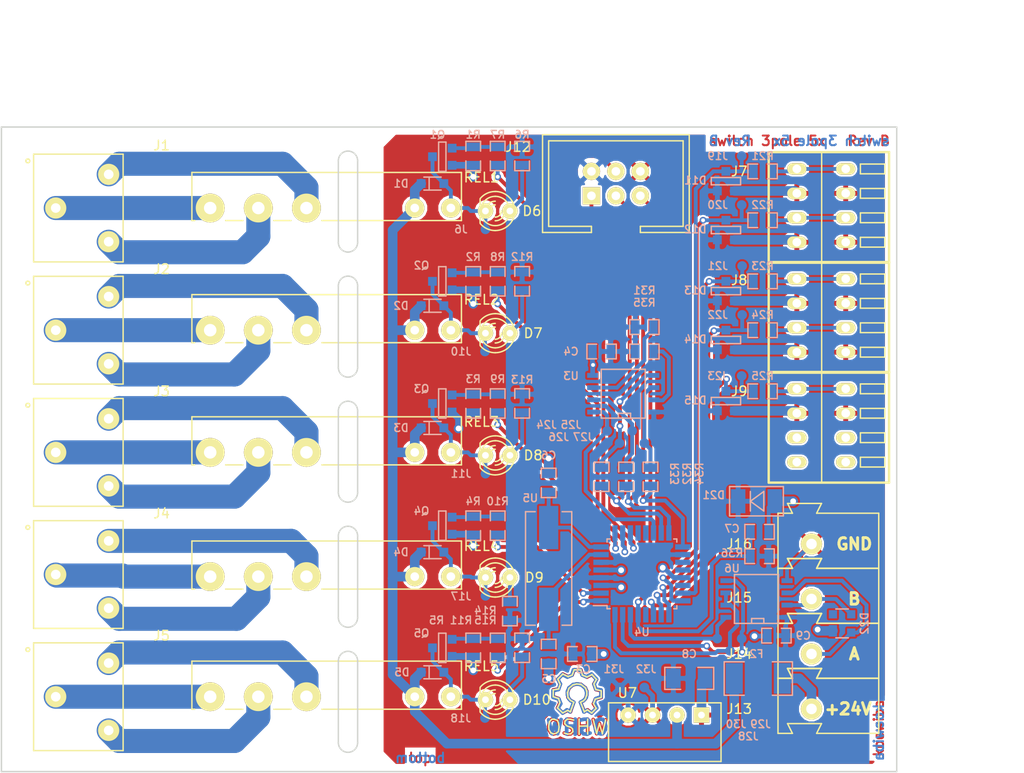
<source format=kicad_pcb>
(kicad_pcb (version 20171130) (host pcbnew 5.0.2-bee76a0~70~ubuntu18.04.1)
  (title_block (title "motor switch 3pole 5x") (date 2018-12-27) (rev B) (company koewiba))
  (layers (0 F.Cu signal) (31 B.Cu signal) (34 B.Paste user) (35 F.Paste user) (36 B.SilkS user) (37 F.SilkS user) (38 B.Mask user) (39 F.Mask user) (44 Edge.Cuts user))
  (net 0 "")
  (net 1 +5V)
  (net 2 GND)
  (net 3 "Net-(C5-Pad1)")
  (net 4 "Net-(C6-Pad1)")
  (net 5 "Net-(D1-Pad1)")
  (net 6 +24V)
  (net 7 "Net-(D2-Pad1)")
  (net 8 "Net-(D3-Pad1)")
  (net 9 "Net-(D4-Pad1)")
  (net 10 /bus_atmega328_basic/B)
  (net 11 /bus_atmega328_basic/A)
  (net 12 "Net-(J7-Pad1)")
  (net 13 "Net-(J7-Pad3)")
  (net 14 "Net-(J8-Pad1)")
  (net 15 "Net-(J8-Pad3)")
  (net 16 "Net-(J9-Pad1)")
  (net 17 /bus_atmega328_basic/PB4_MISO)
  (net 18 /bus_atmega328_basic/PB5_SCK)
  (net 19 /bus_atmega328_basic/PB3_MOSI)
  (net 20 "Net-(Q1-Pad1)")
  (net 21 "Net-(Q2-Pad1)")
  (net 22 "Net-(Q3-Pad1)")
  (net 23 "Net-(Q4-Pad1)")
  (net 24 "Net-(Q5-Pad1)")
  (net 25 "Net-(R31-Pad2)")
  (net 26 /bus_atmega328_basic/MISO)
  (net 27 "Net-(R35-Pad2)")
  (net 28 /bus_atmega328_basic//CSEEP)
  (net 29 /bus_atmega328_basic/TXD0EN)
  (net 30 "Net-(F2-Pad2)")
  (net 31 /bus_atmega328_basic/RXD0)
  (net 32 /bus_atmega328_basic/TXD0)
  (net 33 /bus_atmega328_basic//RESET)
  (net 34 //button_0)
  (net 35 //button_1)
  (net 36 //button_2)
  (net 37 //button_3)
  (net 38 //button_4)
  (net 39 /Relays/RELAY_0_NO)
  (net 40 /Relays/RELAY_0_NC)
  (net 41 /Relays/RELAY_0_COM)
  (net 42 /Relays/RELAY_1_NO)
  (net 43 /Relays/RELAY_1_NC)
  (net 44 /Relays/RELAY_1_COM)
  (net 45 /Relays/RELAY_2_NO)
  (net 46 /Relays/RELAY_2_NC)
  (net 47 /Relays/RELAY_2_COM)
  (net 48 /Relays/RELAY_3_NO)
  (net 49 /Relays/RELAY_3_NC)
  (net 50 /Relays/RELAY_3_COM)
  (net 51 /Relays/RELAY_4_NO)
  (net 52 /Relays/RELAY_4_NC)
  (net 53 /Relays/RELAY_4_COM)
  (net 54 /relay_0)
  (net 55 /relay_1)
  (net 56 /relay_2)
  (net 57 /relay_3)
  (net 58 /relay_4)
  (net 59 /bus_atmega328_basic/MOSI)
  (net 60 /bus_atmega328_basic/SCK)
  (net 61 "Net-(D10-Pad2)")
  (net 62 "Net-(D6-Pad1)")
  (net 63 "Net-(D7-Pad1)")
  (net 64 "Net-(D8-Pad1)")
  (net 65 "Net-(D9-Pad1)")
  (net 66 "Net-(D10-Pad1)")
  (net 67 "Net-(D22-Pad2)")
  (net 68 "Net-(R3-Pad2)")
  (net 69 /bus_atmega328_basic/PB0)
  (net 70 /bus_atmega328_basic/PB1)
  (net 71 /bus_atmega328_basic/ADC6)
  (net 72 /bus_atmega328_basic/AREF)
  (net 73 /bus_atmega328_basic/ADC7)
  (net 74 /bus_atmega328_basic/PC5)
  (module Connector_WAGO:WAGO243 (layer F.Cu) (at 180.6702 95.885 90)
    (fp_text reference J16 (at 2.54 -4.0302 180) (layer F.SilkS))
    (fp_text value "WAGO 243-722")
    (pad 1 thru_hole circle (at 2.54 3.4798 90) (size 2.2 2.2) (drill 1.1) (layers *.Cu *.Mask F.SilkS) (net 2 GND))
  )
  (module Connector_WAGO:WAGO243 (layer F.Cu) (at 180.6702 113.03 90)
    (fp_text reference J13 (at 2.54 -4.0302 180) (layer F.SilkS))
    (fp_text value "WAGO 243-723")
    (pad 1 thru_hole circle (at 2.54 3.4798 90) (size 2.2 2.2) (drill 1.1) (layers *.Cu *.Mask F.SilkS) (net 30 "Net-(F2-Pad2)"))
  )
  (module Connector_WAGO:WAGO243 (layer F.Cu) (at 180.6702 107.315 90)
    (fp_text reference J14 (at 2.54 -4.0302 180) (layer F.SilkS))
    (fp_text value "WAGO 243-724")
    (pad 1 thru_hole circle (at 2.54 3.4798 90) (size 2.2 2.2) (drill 1.1) (layers *.Cu *.Mask F.SilkS) (net 11 /bus_atmega328_basic/A))
  )
  (module Connector_WAGO:WAGO243 (layer F.Cu) (at 180.6702 101.6 90)
    (fp_text reference J15 (at 2.68 -4.0302 180) (layer F.SilkS))
    (fp_text value "WAGO 243-721")
    (pad 1 thru_hole circle (at 2.54 3.4798 90) (size 2.2 2.2) (drill 1.1) (layers *.Cu *.Mask F.SilkS) (net 10 /bus_atmega328_basic/B))
  )
  (module DCDC_Converter:AM1S-XXXX_SIL4 (layer F.Cu) (at 172.72 111.125 180)
    (fp_text reference U7 (at 7.7 2.3 180) (layer F.SilkS))
    (fp_text value AM1S-2405)
    (pad 4 thru_hole circle (at 7.62 0 180) (size 1.6 1.6) (drill 0.7) (layers *.Cu *.Mask F.SilkS) (net 1 +5V))
    (pad 3 thru_hole circle (at 5.08 0 180) (size 1.6 1.6) (drill 0.7) (layers *.Cu *.Mask F.SilkS) (net 2 GND))
    (pad 2 thru_hole circle (at 2.54 0 180) (size 1.6 1.6) (drill 0.7) (layers *.Cu *.Mask F.SilkS) (net 6 +24V))
    (pad 1 thru_hole rect (at 0 0 180) (size 1.6 1.6) (drill 0.7) (layers *.Cu *.Mask F.SilkS) (net 2 GND))
  )
  (module Relay:finder_34.51_1xUM (layer F.Cu) (at 146.685 109.22 180)
    (fp_text reference REL5 (at -3.175 3.175 180) (layer F.SilkS))
    (fp_text value FINDER_34.51.7.024)
    (pad 5 thru_hole circle (at 25 0 180) (size 3 3) (drill 1.3) (layers *.Cu *.Mask F.SilkS) (net 51 /Relays/RELAY_4_NO))
    (pad 4 thru_hole circle (at 20 0 180) (size 3 3) (drill 1.3) (layers *.Cu *.Mask F.SilkS) (net 53 /Relays/RELAY_4_COM))
    (pad 3 thru_hole circle (at 15 0 180) (size 3 3) (drill 1.3) (layers *.Cu *.Mask F.SilkS) (net 52 /Relays/RELAY_4_NC))
    (pad 2 thru_hole circle (at 3.75 0 180) (size 2 2) (drill 0.9) (layers *.Cu *.Mask F.SilkS) (net 6 +24V))
    (pad 1 thru_hole circle (at 0 0 180) (size 2 2) (drill 0.9) (layers *.Cu *.Mask F.SilkS) (net 61 "Net-(D10-Pad2)"))
  )
  (module Relay:finder_34.51_1xUM (layer F.Cu) (at 146.685 58.42 180)
    (fp_text reference REL1 (at -3.175 3.175 180) (layer F.SilkS))
    (fp_text value FINDER_34.51.7.024)
    (pad 5 thru_hole circle (at 25 0 180) (size 3 3) (drill 1.3) (layers *.Cu *.Mask F.SilkS) (net 39 /Relays/RELAY_0_NO))
    (pad 4 thru_hole circle (at 20 0 180) (size 3 3) (drill 1.3) (layers *.Cu *.Mask F.SilkS) (net 41 /Relays/RELAY_0_COM))
    (pad 3 thru_hole circle (at 15 0 180) (size 3 3) (drill 1.3) (layers *.Cu *.Mask F.SilkS) (net 40 /Relays/RELAY_0_NC))
    (pad 2 thru_hole circle (at 3.75 0 180) (size 2 2) (drill 0.9) (layers *.Cu *.Mask F.SilkS) (net 6 +24V))
    (pad 1 thru_hole circle (at 0 0 180) (size 2 2) (drill 0.9) (layers *.Cu *.Mask F.SilkS) (net 5 "Net-(D1-Pad1)"))
  )
  (module Relay:finder_34.51_1xUM (layer F.Cu) (at 146.685 71.12 180)
    (fp_text reference REL2 (at -3.175 3.175 180) (layer F.SilkS))
    (fp_text value FINDER_34.51.7.024)
    (pad 5 thru_hole circle (at 25 0 180) (size 3 3) (drill 1.3) (layers *.Cu *.Mask F.SilkS) (net 42 /Relays/RELAY_1_NO))
    (pad 4 thru_hole circle (at 20 0 180) (size 3 3) (drill 1.3) (layers *.Cu *.Mask F.SilkS) (net 44 /Relays/RELAY_1_COM))
    (pad 3 thru_hole circle (at 15 0 180) (size 3 3) (drill 1.3) (layers *.Cu *.Mask F.SilkS) (net 43 /Relays/RELAY_1_NC))
    (pad 2 thru_hole circle (at 3.75 0 180) (size 2 2) (drill 0.9) (layers *.Cu *.Mask F.SilkS) (net 6 +24V))
    (pad 1 thru_hole circle (at 0 0 180) (size 2 2) (drill 0.9) (layers *.Cu *.Mask F.SilkS) (net 7 "Net-(D2-Pad1)"))
  )
  (module Relay:finder_34.51_1xUM (layer F.Cu) (at 146.685 83.82 180)
    (fp_text reference REL3 (at -3.175 3.175 180) (layer F.SilkS))
    (fp_text value FINDER_34.51.7.024)
    (pad 5 thru_hole circle (at 25 0 180) (size 3 3) (drill 1.3) (layers *.Cu *.Mask F.SilkS) (net 45 /Relays/RELAY_2_NO))
    (pad 4 thru_hole circle (at 20 0 180) (size 3 3) (drill 1.3) (layers *.Cu *.Mask F.SilkS) (net 47 /Relays/RELAY_2_COM))
    (pad 3 thru_hole circle (at 15 0 180) (size 3 3) (drill 1.3) (layers *.Cu *.Mask F.SilkS) (net 46 /Relays/RELAY_2_NC))
    (pad 2 thru_hole circle (at 3.75 0 180) (size 2 2) (drill 0.9) (layers *.Cu *.Mask F.SilkS) (net 6 +24V))
    (pad 1 thru_hole circle (at 0 0 180) (size 2 2) (drill 0.9) (layers *.Cu *.Mask F.SilkS) (net 8 "Net-(D3-Pad1)"))
  )
  (module Relay:finder_34.51_1xUM (layer F.Cu) (at 146.685 96.733542 180)
    (fp_text reference REL4 (at -3.175 3.175 180) (layer F.SilkS))
    (fp_text value FINDER_34.51.7.024)
    (pad 5 thru_hole circle (at 25 0 180) (size 3 3) (drill 1.3) (layers *.Cu *.Mask F.SilkS) (net 48 /Relays/RELAY_3_NO))
    (pad 4 thru_hole circle (at 20 0 180) (size 3 3) (drill 1.3) (layers *.Cu *.Mask F.SilkS) (net 50 /Relays/RELAY_3_COM))
    (pad 3 thru_hole circle (at 15 0 180) (size 3 3) (drill 1.3) (layers *.Cu *.Mask F.SilkS) (net 49 /Relays/RELAY_3_NC))
    (pad 2 thru_hole circle (at 3.75 0 180) (size 2 2) (drill 0.9) (layers *.Cu *.Mask F.SilkS) (net 6 +24V))
    (pad 1 thru_hole circle (at 0 0 180) (size 2 2) (drill 0.9) (layers *.Cu *.Mask F.SilkS) (net 9 "Net-(D4-Pad1)"))
  )
  (module LED:LED_RM2.54mm_D3mm (layer F.Cu) (at 151.55 58.73 180)
    (fp_text reference D6 (at -3.556 0) (layer F.SilkS))
    (fp_text value "green, 2,2V/2mA")
    (pad 2 thru_hole circle (at 1.27 0 180) (size 1.6 1.6) (drill 0.7) (layers *.Cu *.Mask F.SilkS) (net 5 "Net-(D1-Pad1)"))
    (pad 1 thru_hole circle (at -1.27 0 180) (size 1.6 1.6) (drill 0.7) (layers *.Cu *.Mask F.SilkS) (net 62 "Net-(D6-Pad1)"))
  )
  (module LED:LED_RM2.54mm_D3mm (layer F.Cu) (at 151.55 71.43 180)
    (fp_text reference D7 (at -3.683 0) (layer F.SilkS))
    (fp_text value "green, 2,2V/2mA")
    (pad 2 thru_hole circle (at 1.27 0 180) (size 1.6 1.6) (drill 0.7) (layers *.Cu *.Mask F.SilkS) (net 7 "Net-(D2-Pad1)"))
    (pad 1 thru_hole circle (at -1.27 0 180) (size 1.6 1.6) (drill 0.7) (layers *.Cu *.Mask F.SilkS) (net 63 "Net-(D7-Pad1)"))
  )
  (module LED:LED_RM2.54mm_D3mm (layer F.Cu) (at 151.55 84.13 180)
    (fp_text reference D8 (at -3.683 0) (layer F.SilkS))
    (fp_text value "green, 2,2V/2mA")
    (pad 2 thru_hole circle (at 1.27 0 180) (size 1.6 1.6) (drill 0.7) (layers *.Cu *.Mask F.SilkS) (net 8 "Net-(D3-Pad1)"))
    (pad 1 thru_hole circle (at -1.27 0 180) (size 1.6 1.6) (drill 0.7) (layers *.Cu *.Mask F.SilkS) (net 64 "Net-(D8-Pad1)"))
  )
  (module LED:LED_RM2.54mm_D3mm (layer F.Cu) (at 151.55 96.83 180)
    (fp_text reference D9 (at -3.81 0) (layer F.SilkS))
    (fp_text value "green, 2,2V/2mA")
    (pad 2 thru_hole circle (at 1.27 0 180) (size 1.6 1.6) (drill 0.7) (layers *.Cu *.Mask F.SilkS) (net 9 "Net-(D4-Pad1)"))
    (pad 1 thru_hole circle (at -1.27 0 180) (size 1.6 1.6) (drill 0.7) (layers *.Cu *.Mask F.SilkS) (net 65 "Net-(D9-Pad1)"))
  )
  (module LED:LED_RM2.54mm_D3mm (layer F.Cu) (at 151.55 109.53 180)
    (fp_text reference D10 (at -4.064 0) (layer F.SilkS))
    (fp_text value "green, 2,2V/2mA")
    (pad 2 thru_hole circle (at 1.27 0 180) (size 1.6 1.6) (drill 0.7) (layers *.Cu *.Mask F.SilkS) (net 61 "Net-(D10-Pad2)"))
    (pad 1 thru_hole circle (at -1.27 0 180) (size 1.6 1.6) (drill 0.7) (layers *.Cu *.Mask F.SilkS) (net 66 "Net-(D10-Pad1)"))
  )
  (module Connector_Header:HEADER_6 (layer F.Cu) (at 161.29 57.15)
    (fp_text reference J12 (at -7.62 -5.08) (layer F.SilkS))
    (fp_text value CONN-ISP-6)
    (pad 1 thru_hole rect (at 0 0) (size 1.8 1.8) (drill 0.9) (layers *.Cu *.Mask F.SilkS) (net 17 /bus_atmega328_basic/PB4_MISO))
    (pad 2 thru_hole circle (at 0 -2.54) (size 1.8 1.8) (drill 0.9) (layers *.Cu *.Mask F.SilkS) (net 1 +5V))
    (pad 3 thru_hole circle (at 2.54 0) (size 1.8 1.8) (drill 0.9) (layers *.Cu *.Mask F.SilkS) (net 18 /bus_atmega328_basic/PB5_SCK))
    (pad 4 thru_hole circle (at 2.54 -2.54) (size 1.8 1.8) (drill 0.9) (layers *.Cu *.Mask F.SilkS) (net 19 /bus_atmega328_basic/PB3_MOSI))
    (pad 5 thru_hole circle (at 5.08 0) (size 1.8 1.8) (drill 0.9) (layers *.Cu *.Mask F.SilkS) (net 33 /bus_atmega328_basic//RESET))
    (pad 6 thru_hole circle (at 5.08 -2.54) (size 1.8 1.8) (drill 0.9) (layers *.Cu *.Mask F.SilkS) (net 2 GND))
  )
  (module Housings_SOIC:SO8N (layer B.Cu) (at 164.592 77.724 90)
    (fp_text reference U3 (at 1.849 -5.422 180) (layer B.SilkS) (effects (font (size 0.8 0.8)) (justify mirror)))
    (fp_text value 25LC256)
    (pad 1 smd rect (at -1.905 -3.175 90) (size 0.508 1.143) (layers B.Cu B.Paste B.Mask) (net 28 /bus_atmega328_basic//CSEEP))
    (pad 2 smd rect (at -0.635 -3.175 90) (size 0.508 1.143) (layers B.Cu B.Paste B.Mask) (net 26 /bus_atmega328_basic/MISO))
    (pad 3 smd rect (at 0.635 -3.175 90) (size 0.508 1.143) (layers B.Cu B.Paste B.Mask) (net 25 "Net-(R31-Pad2)"))
    (pad 4 smd rect (at 1.905 -3.175 90) (size 0.508 1.143) (layers B.Cu B.Paste B.Mask) (net 2 GND))
    (pad 5 smd rect (at 1.905 3.175 90) (size 0.508 1.143) (layers B.Cu B.Paste B.Mask) (net 59 /bus_atmega328_basic/MOSI))
    (pad 6 smd rect (at 0.635 3.175 90) (size 0.508 1.143) (layers B.Cu B.Paste B.Mask) (net 60 /bus_atmega328_basic/SCK))
    (pad 7 smd rect (at -0.635 3.175 90) (size 0.508 1.143) (layers B.Cu B.Paste B.Mask) (net 27 "Net-(R35-Pad2)"))
    (pad 8 smd rect (at -1.905 3.175 90) (size 0.508 1.143) (layers B.Cu B.Paste B.Mask) (net 1 +5V))
  )
  (module Housings_SOIC:SO8N (layer B.Cu) (at 178.435 99.06 90)
    (fp_text reference U6 (at 3.175 -2.54 180) (layer B.SilkS) (effects (font (size 0.8 0.8)) (justify mirror)))
    (fp_text value MAX487ECSA)
    (pad 1 smd rect (at -1.905 -3.175 90) (size 0.508 1.143) (layers B.Cu B.Paste B.Mask) (net 31 /bus_atmega328_basic/RXD0))
    (pad 2 smd rect (at -0.635 -3.175 90) (size 0.508 1.143) (layers B.Cu B.Paste B.Mask) (net 29 /bus_atmega328_basic/TXD0EN))
    (pad 3 smd rect (at 0.635 -3.175 90) (size 0.508 1.143) (layers B.Cu B.Paste B.Mask) (net 29 /bus_atmega328_basic/TXD0EN))
    (pad 4 smd rect (at 1.905 -3.175 90) (size 0.508 1.143) (layers B.Cu B.Paste B.Mask) (net 32 /bus_atmega328_basic/TXD0))
    (pad 5 smd rect (at 1.905 3.175 90) (size 0.508 1.143) (layers B.Cu B.Paste B.Mask) (net 2 GND))
    (pad 6 smd rect (at 0.635 3.175 90) (size 0.508 1.143) (layers B.Cu B.Paste B.Mask) (net 11 /bus_atmega328_basic/A))
    (pad 7 smd rect (at -0.635 3.175 90) (size 0.508 1.143) (layers B.Cu B.Paste B.Mask) (net 10 /bus_atmega328_basic/B))
    (pad 8 smd rect (at -1.905 3.175 90) (size 0.508 1.143) (layers B.Cu B.Paste B.Mask) (net 1 +5V))
  )
  (module Housings_SOT:SOT23-3 (layer B.Cu) (at 175.26 55.626)
    (fp_text reference D11 (at -3.175 -0.071) (layer B.SilkS) (effects (font (size 0.8 0.8)) (justify mirror)))
    (fp_text value BAT54S)
    (pad 3 smd rect (at 0 -1.016) (size 0.9144 0.9144) (layers B.Cu B.Paste B.Mask) (net 34 //button_0))
    (pad 1 smd rect (at 0.889 1.016) (size 0.9144 0.9144) (layers B.Cu B.Paste B.Mask) (net 2 GND))
    (pad 2 smd rect (at -0.889 1.016) (size 0.9144 0.9144) (layers B.Cu B.Paste B.Mask) (net 1 +5V))
  )
  (module Housings_SOT:SOT23-3 (layer B.Cu) (at 175.26 60.706)
    (fp_text reference D12 (at -3.175 -0.071) (layer B.SilkS) (effects (font (size 0.8 0.8)) (justify mirror)))
    (fp_text value BAT54S)
    (pad 3 smd rect (at 0 -1.016) (size 0.9144 0.9144) (layers B.Cu B.Paste B.Mask) (net 35 //button_1))
    (pad 1 smd rect (at 0.889 1.016) (size 0.9144 0.9144) (layers B.Cu B.Paste B.Mask) (net 2 GND))
    (pad 2 smd rect (at -0.889 1.016) (size 0.9144 0.9144) (layers B.Cu B.Paste B.Mask) (net 1 +5V))
  )
  (module Housings_SOT:SOT23-3 (layer B.Cu) (at 175.26 67.056)
    (fp_text reference D13 (at -3.175 -0.071) (layer B.SilkS) (effects (font (size 0.8 0.8)) (justify mirror)))
    (fp_text value BAT54S)
    (pad 3 smd rect (at 0 -1.016) (size 0.9144 0.9144) (layers B.Cu B.Paste B.Mask) (net 36 //button_2))
    (pad 1 smd rect (at 0.889 1.016) (size 0.9144 0.9144) (layers B.Cu B.Paste B.Mask) (net 2 GND))
    (pad 2 smd rect (at -0.889 1.016) (size 0.9144 0.9144) (layers B.Cu B.Paste B.Mask) (net 1 +5V))
  )
  (module Housings_SOT:SOT23-3 (layer B.Cu) (at 175.26 72.136)
    (fp_text reference D14 (at -3.175 -0.071) (layer B.SilkS) (effects (font (size 0.8 0.8)) (justify mirror)))
    (fp_text value BAT54S)
    (pad 3 smd rect (at 0 -1.016) (size 0.9144 0.9144) (layers B.Cu B.Paste B.Mask) (net 37 //button_3))
    (pad 1 smd rect (at 0.889 1.016) (size 0.9144 0.9144) (layers B.Cu B.Paste B.Mask) (net 2 GND))
    (pad 2 smd rect (at -0.889 1.016) (size 0.9144 0.9144) (layers B.Cu B.Paste B.Mask) (net 1 +5V))
  )
  (module Housings_SOT:SOT23-3 (layer B.Cu) (at 175.26 78.486)
    (fp_text reference D15 (at -3.175 -0.071) (layer B.SilkS) (effects (font (size 0.8 0.8)) (justify mirror)))
    (fp_text value BAT54S)
    (pad 3 smd rect (at 0 -1.016) (size 0.9144 0.9144) (layers B.Cu B.Paste B.Mask) (net 38 //button_4))
    (pad 1 smd rect (at 0.889 1.016) (size 0.9144 0.9144) (layers B.Cu B.Paste B.Mask) (net 2 GND))
    (pad 2 smd rect (at -0.889 1.016) (size 0.9144 0.9144) (layers B.Cu B.Paste B.Mask) (net 1 +5V))
  )
  (module Diode_SMD:D_SOT143 (layer B.Cu) (at 187.325 101.6 90)
    (fp_text reference D22 (at 0 2.325 90) (layer B.SilkS) (effects (font (size 0.8 0.8)) (justify mirror)))
    (fp_text value "SEMTECH SR05")
    (pad 4 smd trapezoid (at -0.95 0.95 90) (size 0.85 0.85) (layers B.Cu B.Paste B.Mask) (net 11 /bus_atmega328_basic/A))
    (pad 3 smd rect (at 0.95 0.95 90) (size 0.85 0.85) (layers B.Cu B.Paste B.Mask) (net 10 /bus_atmega328_basic/B))
    (pad 2 smd rect (at 0.95 -0.95 90) (size 0.85 0.85) (layers B.Cu B.Paste B.Mask) (net 67 "Net-(D22-Pad2)"))
    (pad 1 smd rect (at -0.76962 -0.95 90) (size 1.2 0.85) (layers B.Cu B.Paste B.Mask) (net 2 GND))
  )
  (module Resistor:R_1812 (layer B.Cu) (at 178.635 107.315)
    (fp_text reference F2 (at -0.2 -2.54) (layer B.SilkS) (effects (font (size 0.8 0.8)) (justify mirror)))
    (fp_text value FUSE)
    (pad 2 smd rect (at 2.4892 0) (size 1.78054 3.2004) (layers B.Cu B.Paste B.Mask) (net 30 "Net-(F2-Pad2)"))
    (pad 1 smd rect (at -2.5146 0) (size 1.78054 3.2004) (layers B.Cu B.Paste B.Mask) (net 6 +24V))
  )
  (module Connector_WAGO:WAGO233-4 (layer F.Cu) (at 187.706 54.356 270)
    (fp_text reference J7 (at 0.254 11.066) (layer F.SilkS))
    (fp_text value "WAGO 233-504")
    (pad 4 thru_hole oval (at 7.62 5.08 270) (size 1.2 2) (drill 0.9) (layers *.Cu *.Mask F.SilkS) (net 2 GND))
    (pad 3 thru_hole oval (at 5.08 5.08 270) (size 1.2 2) (drill 0.9) (layers *.Cu *.Mask F.SilkS) (net 13 "Net-(J7-Pad3)"))
    (pad 2 thru_hole oval (at 2.54 5.08 270) (size 1.2 2) (drill 0.9) (layers *.Cu *.Mask F.SilkS) (net 2 GND))
    (pad 1 thru_hole oval (at 0 5.08 270) (size 1.2 2) (drill 0.9) (layers *.Cu *.Mask F.SilkS) (net 12 "Net-(J7-Pad1)"))
    (pad 4 thru_hole oval (at 7.62 0 270) (size 1.2 2) (drill 0.9) (layers *.Cu *.Mask F.SilkS) (net 2 GND))
    (pad 3 thru_hole oval (at 5.08 0 270) (size 1.2 2) (drill 0.9) (layers *.Cu *.Mask F.SilkS) (net 13 "Net-(J7-Pad3)") (clearance 0.1))
    (pad 1 thru_hole oval (at 0 0 270) (size 1.2 2) (drill 0.9) (layers *.Cu *.Mask F.SilkS) (net 12 "Net-(J7-Pad1)") (clearance 0.1))
    (pad 2 thru_hole oval (at 2.54 0 270) (size 1.2 2) (drill 0.9) (layers *.Cu *.Mask F.SilkS) (net 2 GND) (clearance 0.1))
  )
  (module Connector_WAGO:WAGO233-4 (layer F.Cu) (at 187.706 65.786 270)
    (fp_text reference J8 (at 0.134 11.066) (layer F.SilkS))
    (fp_text value "WAGO 233-504")
    (pad 4 thru_hole oval (at 7.62 5.08 270) (size 1.2 2) (drill 0.9) (layers *.Cu *.Mask F.SilkS) (net 2 GND))
    (pad 3 thru_hole oval (at 5.08 5.08 270) (size 1.2 2) (drill 0.9) (layers *.Cu *.Mask F.SilkS) (net 15 "Net-(J8-Pad3)"))
    (pad 2 thru_hole oval (at 2.54 5.08 270) (size 1.2 2) (drill 0.9) (layers *.Cu *.Mask F.SilkS) (net 2 GND))
    (pad 1 thru_hole oval (at 0 5.08 270) (size 1.2 2) (drill 0.9) (layers *.Cu *.Mask F.SilkS) (net 14 "Net-(J8-Pad1)"))
    (pad 4 thru_hole oval (at 7.62 0 270) (size 1.2 2) (drill 0.9) (layers *.Cu *.Mask F.SilkS) (net 2 GND))
    (pad 3 thru_hole oval (at 5.08 0 270) (size 1.2 2) (drill 0.9) (layers *.Cu *.Mask F.SilkS) (net 15 "Net-(J8-Pad3)") (clearance 0.1))
    (pad 1 thru_hole oval (at 0 0 270) (size 1.2 2) (drill 0.9) (layers *.Cu *.Mask F.SilkS) (net 14 "Net-(J8-Pad1)") (clearance 0.1))
    (pad 2 thru_hole oval (at 2.54 0 270) (size 1.2 2) (drill 0.9) (layers *.Cu *.Mask F.SilkS) (net 2 GND) (clearance 0.1))
  )
  (module Connector_WAGO:WAGO233-4 (layer F.Cu) (at 187.706 77.216 270)
    (fp_text reference J9 (at 0.254 11.066) (layer F.SilkS))
    (fp_text value "WAGO 233-502")
    (pad 4 thru_hole oval (at 7.62 5.08 270) (size 1.2 2) (drill 0.9) (layers *.Cu *.Mask F.SilkS))
    (pad 3 thru_hole oval (at 5.08 5.08 270) (size 1.2 2) (drill 0.9) (layers *.Cu *.Mask F.SilkS))
    (pad 2 thru_hole oval (at 2.54 5.08 270) (size 1.2 2) (drill 0.9) (layers *.Cu *.Mask F.SilkS) (net 2 GND))
    (pad 1 thru_hole oval (at 0 5.08 270) (size 1.2 2) (drill 0.9) (layers *.Cu *.Mask F.SilkS) (net 16 "Net-(J9-Pad1)"))
    (pad 4 thru_hole oval (at 7.62 0 270) (size 1.2 2) (drill 0.9) (layers *.Cu *.Mask F.SilkS))
    (pad 3 thru_hole oval (at 5.08 0 270) (size 1.2 2) (drill 0.9) (layers *.Cu *.Mask F.SilkS) (clearance 0.1))
    (pad 1 thru_hole oval (at 0 0 270) (size 1.2 2) (drill 0.9) (layers *.Cu *.Mask F.SilkS) (net 16 "Net-(J9-Pad1)") (clearance 0.1))
    (pad 2 thru_hole oval (at 2.54 0 270) (size 1.2 2) (drill 0.9) (layers *.Cu *.Mask F.SilkS) (net 2 GND) (clearance 0.1))
  )
  (module Symbol:Symbol_OSHW-Logo_Copper (layer F.Cu) (at 159.805 108.895)
    (fp_text reference LOGO1 hide)
    (fp_text value OPEN_HARDWARE_1 hide)
    (fp_line (start 0.35052 0.89916) (end 0.7493 1.89992) (layer F.Cu) (width 0.381))
    (fp_line (start -0.35052 0.89916) (end -0.70104 1.89992) (layer F.Cu) (width 0.381))
    (fp_line (start -0.70104 0.70104) (end -0.35052 0.89916) (layer F.Cu) (width 0.381))
    (fp_line (start -0.94996 0.39878) (end -0.70104 0.70104) (layer F.Cu) (width 0.381))
    (fp_line (start -1.00076 -0.09906) (end -0.94996 0.39878) (layer F.Cu) (width 0.381))
    (fp_line (start -0.8509 -0.55118) (end -1.00076 -0.09906) (layer F.Cu) (width 0.381))
    (fp_line (start -0.44958 -0.89916) (end -0.8509 -0.55118) (layer F.Cu) (width 0.381))
    (fp_line (start -0.0508 -1.00076) (end -0.44958 -0.89916) (layer F.Cu) (width 0.381))
    (fp_line (start 0.39878 -0.94996) (end -0.0508 -1.00076) (layer F.Cu) (width 0.381))
    (fp_line (start 0.8509 -0.59944) (end 0.39878 -0.94996) (layer F.Cu) (width 0.381))
    (fp_line (start 1.00076 -0.24892) (end 0.8509 -0.59944) (layer F.Cu) (width 0.381))
    (fp_line (start 1.00076 0.14986) (end 1.00076 -0.24892) (layer F.Cu) (width 0.381))
    (fp_line (start 0.8509 0.55118) (end 1.00076 0.14986) (layer F.Cu) (width 0.381))
    (fp_line (start 0.65024 0.7493) (end 0.8509 0.55118) (layer F.Cu) (width 0.381))
    (fp_line (start 0.35052 0.89916) (end 0.65024 0.7493) (layer F.Cu) (width 0.381))
    (fp_line (start -1.9304 0.5207) (end -1.7907 0.91948) (layer F.Cu) (width 0.381))
    (fp_line (start -2.4892 0.32004) (end -1.9304 0.5207) (layer F.Cu) (width 0.381))
    (fp_line (start -2.47904 -0.381) (end -2.4892 0.32004) (layer F.Cu) (width 0.381))
    (fp_line (start -1.9304 -0.48006) (end -2.47904 -0.381) (layer F.Cu) (width 0.381))
    (fp_line (start -1.76022 -0.96012) (end -1.9304 -0.48006) (layer F.Cu) (width 0.381))
    (fp_line (start -2.00914 -1.50114) (end -1.76022 -0.96012) (layer F.Cu) (width 0.381))
    (fp_line (start -1.49098 -2.02946) (end -2.00914 -1.50114) (layer F.Cu) (width 0.381))
    (fp_line (start -0.9398 -1.76022) (end -1.49098 -2.02946) (layer F.Cu) (width 0.381))
    (fp_line (start -0.5207 -1.9304) (end -0.9398 -1.76022) (layer F.Cu) (width 0.381))
    (fp_line (start -0.30988 -2.47904) (end -0.5207 -1.9304) (layer F.Cu) (width 0.381))
    (fp_line (start 0.381 -2.46126) (end -0.30988 -2.47904) (layer F.Cu) (width 0.381))
    (fp_line (start 0.55118 -1.92024) (end 0.381 -2.46126) (layer F.Cu) (width 0.381))
    (fp_line (start 1.02108 -1.71958) (end 0.55118 -1.92024) (layer F.Cu) (width 0.381))
    (fp_line (start 1.53924 -1.9812) (end 1.02108 -1.71958) (layer F.Cu) (width 0.381))
    (fp_line (start 2.00914 -1.47066) (end 1.53924 -1.9812) (layer F.Cu) (width 0.381))
    (fp_line (start 1.7399 -1.00076) (end 2.00914 -1.47066) (layer F.Cu) (width 0.381))
    (fp_line (start 1.94056 -0.42926) (end 1.7399 -1.00076) (layer F.Cu) (width 0.381))
    (fp_line (start 2.49936 -0.28956) (end 1.94056 -0.42926) (layer F.Cu) (width 0.381))
    (fp_line (start 2.49936 0.39116) (end 2.49936 -0.28956) (layer F.Cu) (width 0.381))
    (fp_line (start 1.88976 0.57912) (end 2.49936 0.39116) (layer F.Cu) (width 0.381))
    (fp_line (start 1.69926 1.04902) (end 1.88976 0.57912) (layer F.Cu) (width 0.381))
    (fp_line (start 1.9812 1.52908) (end 1.69926 1.04902) (layer F.Cu) (width 0.381))
    (fp_line (start 1.50876 2.0193) (end 1.9812 1.52908) (layer F.Cu) (width 0.381))
    (fp_line (start 1.06934 1.6891) (end 1.50876 2.0193) (layer F.Cu) (width 0.381))
    (fp_line (start 0.73914 1.8796) (end 1.06934 1.6891) (layer F.Cu) (width 0.381))
    (fp_line (start -0.98044 1.7399) (end -0.70104 1.89992) (layer F.Cu) (width 0.381))
    (fp_line (start -1.50114 2.00914) (end -0.98044 1.7399) (layer F.Cu) (width 0.381))
    (fp_line (start -2.03962 1.49098) (end -1.50114 2.00914) (layer F.Cu) (width 0.381))
    (fp_line (start -1.78054 0.92964) (end -2.03962 1.49098) (layer F.Cu) (width 0.381))
    (fp_line (start -2.03962 2.78892) (end -2.4003 2.65938) (layer F.Cu) (width 0.381))
    (fp_line (start -1.9304 3.07086) (end -2.03962 2.78892) (layer F.Cu) (width 0.381))
    (fp_line (start -1.8796 3.4798) (end -1.9304 3.07086) (layer F.Cu) (width 0.381))
    (fp_line (start -1.95072 3.93954) (end -1.8796 3.4798) (layer F.Cu) (width 0.381))
    (fp_line (start -2.16916 4.11988) (end -1.95072 3.93954) (layer F.Cu) (width 0.381))
    (fp_line (start -2.47904 4.191) (end -2.16916 4.11988) (layer F.Cu) (width 0.381))
    (fp_line (start -2.7305 4.06908) (end -2.47904 4.191) (layer F.Cu) (width 0.381))
    (fp_line (start -2.93116 3.74904) (end -2.7305 4.06908) (layer F.Cu) (width 0.381))
    (fp_line (start -2.9591 3.40106) (end -2.93116 3.74904) (layer F.Cu) (width 0.381))
    (fp_line (start -2.8702 2.91084) (end -2.9591 3.40106) (layer F.Cu) (width 0.381))
    (fp_line (start -2.6289 2.66954) (end -2.8702 2.91084) (layer F.Cu) (width 0.381))
    (fp_line (start -2.37998 2.64922) (end -2.6289 2.66954) (layer F.Cu) (width 0.381))
    (fp_line (start -0.9906 4.20878) (end -1.34112 4.09956) (layer F.Cu) (width 0.381))
    (fp_line (start -0.67056 4.18084) (end -0.9906 4.20878) (layer F.Cu) (width 0.381))
    (fp_line (start -0.43942 3.95986) (end -0.67056 4.18084) (layer F.Cu) (width 0.381))
    (fp_line (start -0.48006 3.66014) (end -0.43942 3.95986) (layer F.Cu) (width 0.381))
    (fp_line (start -0.6604 3.50012) (end -0.48006 3.66014) (layer F.Cu) (width 0.381))
    (fp_line (start -1.04902 3.37058) (end -0.6604 3.50012) (layer F.Cu) (width 0.381))
    (fp_line (start -1.29032 3.12928) (end -1.04902 3.37058) (layer F.Cu) (width 0.381))
    (fp_line (start -1.25984 2.86004) (end -1.29032 3.12928) (layer F.Cu) (width 0.381))
    (fp_line (start -1.02108 2.65938) (end -1.25984 2.86004) (layer F.Cu) (width 0.381))
    (fp_line (start -0.70104 2.66954) (end -1.02108 2.65938) (layer F.Cu) (width 0.381))
    (fp_line (start -0.35052 2.75082) (end -0.70104 2.66954) (layer F.Cu) (width 0.381))
    (fp_line (start 0.20066 4.21894) (end 0.21082 4.20878) (layer F.Cu) (width 0.381))
    (fp_line (start 0.20066 2.64922) (end 0.20066 4.21894) (layer F.Cu) (width 0.381))
    (fp_line (start 1.08966 2.65938) (end 1.08966 4.20116) (layer F.Cu) (width 0.381))
    (fp_line (start 1.04902 3.38074) (end 1.04902 3.37058) (layer F.Cu) (width 0.381))
    (fp_line (start 1.03886 3.37058) (end 1.04902 3.38074) (layer F.Cu) (width 0.381))
    (fp_line (start 0.24892 3.38074) (end 1.03886 3.37058) (layer F.Cu) (width 0.381))
    (fp_line (start 2.61874 4.17068) (end 2.9591 2.72034) (layer F.Cu) (width 0.381))
    (fp_line (start 2.30886 3.0988) (end 2.61874 4.17068) (layer F.Cu) (width 0.381))
    (fp_line (start 2.02946 4.16052) (end 2.30886 3.0988) (layer F.Cu) (width 0.381))
    (fp_line (start 1.66878 2.68986) (end 2.02946 4.16052) (layer F.Cu) (width 0.381))
  )
  (module Symbol:Symbol_OSHW-Logo_Copper (layer B.Cu) (at 159.805 108.895 180)
    (fp_text reference LOGO2 hide)
    (fp_text value OPEN_HARDWARE_1 hide)
    (fp_line (start 0.35052 -0.89916) (end 0.7493 -1.89992) (layer B.Cu) (width 0.381))
    (fp_line (start -0.35052 -0.89916) (end -0.70104 -1.89992) (layer B.Cu) (width 0.381))
    (fp_line (start -0.70104 -0.70104) (end -0.35052 -0.89916) (layer B.Cu) (width 0.381))
    (fp_line (start -0.94996 -0.39878) (end -0.70104 -0.70104) (layer B.Cu) (width 0.381))
    (fp_line (start -1.00076 0.09906) (end -0.94996 -0.39878) (layer B.Cu) (width 0.381))
    (fp_line (start -0.8509 0.55118) (end -1.00076 0.09906) (layer B.Cu) (width 0.381))
    (fp_line (start -0.44958 0.89916) (end -0.8509 0.55118) (layer B.Cu) (width 0.381))
    (fp_line (start -0.0508 1.00076) (end -0.44958 0.89916) (layer B.Cu) (width 0.381))
    (fp_line (start 0.39878 0.94996) (end -0.0508 1.00076) (layer B.Cu) (width 0.381))
    (fp_line (start 0.8509 0.59944) (end 0.39878 0.94996) (layer B.Cu) (width 0.381))
    (fp_line (start 1.00076 0.24892) (end 0.8509 0.59944) (layer B.Cu) (width 0.381))
    (fp_line (start 1.00076 -0.14986) (end 1.00076 0.24892) (layer B.Cu) (width 0.381))
    (fp_line (start 0.8509 -0.55118) (end 1.00076 -0.14986) (layer B.Cu) (width 0.381))
    (fp_line (start 0.65024 -0.7493) (end 0.8509 -0.55118) (layer B.Cu) (width 0.381))
    (fp_line (start 0.35052 -0.89916) (end 0.65024 -0.7493) (layer B.Cu) (width 0.381))
    (fp_line (start -1.9304 -0.5207) (end -1.7907 -0.91948) (layer B.Cu) (width 0.381))
    (fp_line (start -2.4892 -0.32004) (end -1.9304 -0.5207) (layer B.Cu) (width 0.381))
    (fp_line (start -2.47904 0.381) (end -2.4892 -0.32004) (layer B.Cu) (width 0.381))
    (fp_line (start -1.9304 0.48006) (end -2.47904 0.381) (layer B.Cu) (width 0.381))
    (fp_line (start -1.76022 0.96012) (end -1.9304 0.48006) (layer B.Cu) (width 0.381))
    (fp_line (start -2.00914 1.50114) (end -1.76022 0.96012) (layer B.Cu) (width 0.381))
    (fp_line (start -1.49098 2.02946) (end -2.00914 1.50114) (layer B.Cu) (width 0.381))
    (fp_line (start -0.9398 1.76022) (end -1.49098 2.02946) (layer B.Cu) (width 0.381))
    (fp_line (start -0.5207 1.9304) (end -0.9398 1.76022) (layer B.Cu) (width 0.381))
    (fp_line (start -0.30988 2.47904) (end -0.5207 1.9304) (layer B.Cu) (width 0.381))
    (fp_line (start 0.381 2.46126) (end -0.30988 2.47904) (layer B.Cu) (width 0.381))
    (fp_line (start 0.55118 1.92024) (end 0.381 2.46126) (layer B.Cu) (width 0.381))
    (fp_line (start 1.02108 1.71958) (end 0.55118 1.92024) (layer B.Cu) (width 0.381))
    (fp_line (start 1.53924 1.9812) (end 1.02108 1.71958) (layer B.Cu) (width 0.381))
    (fp_line (start 2.00914 1.47066) (end 1.53924 1.9812) (layer B.Cu) (width 0.381))
    (fp_line (start 1.7399 1.00076) (end 2.00914 1.47066) (layer B.Cu) (width 0.381))
    (fp_line (start 1.94056 0.42926) (end 1.7399 1.00076) (layer B.Cu) (width 0.381))
    (fp_line (start 2.49936 0.28956) (end 1.94056 0.42926) (layer B.Cu) (width 0.381))
    (fp_line (start 2.49936 -0.39116) (end 2.49936 0.28956) (layer B.Cu) (width 0.381))
    (fp_line (start 1.88976 -0.57912) (end 2.49936 -0.39116) (layer B.Cu) (width 0.381))
    (fp_line (start 1.69926 -1.04902) (end 1.88976 -0.57912) (layer B.Cu) (width 0.381))
    (fp_line (start 1.9812 -1.52908) (end 1.69926 -1.04902) (layer B.Cu) (width 0.381))
    (fp_line (start 1.50876 -2.0193) (end 1.9812 -1.52908) (layer B.Cu) (width 0.381))
    (fp_line (start 1.06934 -1.6891) (end 1.50876 -2.0193) (layer B.Cu) (width 0.381))
    (fp_line (start 0.73914 -1.8796) (end 1.06934 -1.6891) (layer B.Cu) (width 0.381))
    (fp_line (start -0.98044 -1.7399) (end -0.70104 -1.89992) (layer B.Cu) (width 0.381))
    (fp_line (start -1.50114 -2.00914) (end -0.98044 -1.7399) (layer B.Cu) (width 0.381))
    (fp_line (start -2.03962 -1.49098) (end -1.50114 -2.00914) (layer B.Cu) (width 0.381))
    (fp_line (start -1.78054 -0.92964) (end -2.03962 -1.49098) (layer B.Cu) (width 0.381))
    (fp_line (start -2.03962 -2.78892) (end -2.4003 -2.65938) (layer B.Cu) (width 0.381))
    (fp_line (start -1.9304 -3.07086) (end -2.03962 -2.78892) (layer B.Cu) (width 0.381))
    (fp_line (start -1.8796 -3.4798) (end -1.9304 -3.07086) (layer B.Cu) (width 0.381))
    (fp_line (start -1.95072 -3.93954) (end -1.8796 -3.4798) (layer B.Cu) (width 0.381))
    (fp_line (start -2.16916 -4.11988) (end -1.95072 -3.93954) (layer B.Cu) (width 0.381))
    (fp_line (start -2.47904 -4.191) (end -2.16916 -4.11988) (layer B.Cu) (width 0.381))
    (fp_line (start -2.7305 -4.06908) (end -2.47904 -4.191) (layer B.Cu) (width 0.381))
    (fp_line (start -2.93116 -3.74904) (end -2.7305 -4.06908) (layer B.Cu) (width 0.381))
    (fp_line (start -2.9591 -3.40106) (end -2.93116 -3.74904) (layer B.Cu) (width 0.381))
    (fp_line (start -2.8702 -2.91084) (end -2.9591 -3.40106) (layer B.Cu) (width 0.381))
    (fp_line (start -2.6289 -2.66954) (end -2.8702 -2.91084) (layer B.Cu) (width 0.381))
    (fp_line (start -2.37998 -2.64922) (end -2.6289 -2.66954) (layer B.Cu) (width 0.381))
    (fp_line (start -0.9906 -4.20878) (end -1.34112 -4.09956) (layer B.Cu) (width 0.381))
    (fp_line (start -0.67056 -4.18084) (end -0.9906 -4.20878) (layer B.Cu) (width 0.381))
    (fp_line (start -0.43942 -3.95986) (end -0.67056 -4.18084) (layer B.Cu) (width 0.381))
    (fp_line (start -0.48006 -3.66014) (end -0.43942 -3.95986) (layer B.Cu) (width 0.381))
    (fp_line (start -0.6604 -3.50012) (end -0.48006 -3.66014) (layer B.Cu) (width 0.381))
    (fp_line (start -1.04902 -3.37058) (end -0.6604 -3.50012) (layer B.Cu) (width 0.381))
    (fp_line (start -1.29032 -3.12928) (end -1.04902 -3.37058) (layer B.Cu) (width 0.381))
    (fp_line (start -1.25984 -2.86004) (end -1.29032 -3.12928) (layer B.Cu) (width 0.381))
    (fp_line (start -1.02108 -2.65938) (end -1.25984 -2.86004) (layer B.Cu) (width 0.381))
    (fp_line (start -0.70104 -2.66954) (end -1.02108 -2.65938) (layer B.Cu) (width 0.381))
    (fp_line (start -0.35052 -2.75082) (end -0.70104 -2.66954) (layer B.Cu) (width 0.381))
    (fp_line (start 0.20066 -4.21894) (end 0.21082 -4.20878) (layer B.Cu) (width 0.381))
    (fp_line (start 0.20066 -2.64922) (end 0.20066 -4.21894) (layer B.Cu) (width 0.381))
    (fp_line (start 1.08966 -2.65938) (end 1.08966 -4.20116) (layer B.Cu) (width 0.381))
    (fp_line (start 1.04902 -3.38074) (end 1.04902 -3.37058) (layer B.Cu) (width 0.381))
    (fp_line (start 1.03886 -3.37058) (end 1.04902 -3.38074) (layer B.Cu) (width 0.381))
    (fp_line (start 0.24892 -3.38074) (end 1.03886 -3.37058) (layer B.Cu) (width 0.381))
    (fp_line (start 2.61874 -4.17068) (end 2.9591 -2.72034) (layer B.Cu) (width 0.381))
    (fp_line (start 2.30886 -3.0988) (end 2.61874 -4.17068) (layer B.Cu) (width 0.381))
    (fp_line (start 2.02946 -4.16052) (end 2.30886 -3.0988) (layer B.Cu) (width 0.381))
    (fp_line (start 1.66878 -2.68986) (end 2.02946 -4.16052) (layer B.Cu) (width 0.381))
  )
  (module Symbol:Symbol_OSHW-Logo_SilkScreen (layer F.Cu) (at 159.805 108.895)
    (fp_text reference LOGO4 hide)
    (fp_text value "Open Hardware" hide)
  )
  (module Housings_SOT:SOT23-3 (layer B.Cu) (at 145.796 53.086 90)
    (fp_text reference Q1 (at 2.286 -0.508 180) (layer B.SilkS) (effects (font (size 0.8 0.8)) (justify mirror)))
    (fp_text value BSS138)
    (pad 3 smd rect (at 0 -1.016 90) (size 0.9144 0.9144) (layers B.Cu B.Paste B.Mask) (net 5 "Net-(D1-Pad1)"))
    (pad 1 smd rect (at 0.889 1.016 90) (size 0.9144 0.9144) (layers B.Cu B.Paste B.Mask) (net 20 "Net-(Q1-Pad1)"))
    (pad 2 smd rect (at -0.889 1.016 90) (size 0.9144 0.9144) (layers B.Cu B.Paste B.Mask) (net 2 GND))
  )
  (module Housings_SOT:SOT23-3 (layer B.Cu) (at 145.796 66.04 90)
    (fp_text reference Q2 (at 1.651 -2.159 180) (layer B.SilkS) (effects (font (size 0.8 0.8)) (justify mirror)))
    (fp_text value BSS138)
    (pad 3 smd rect (at 0 -1.016 90) (size 0.9144 0.9144) (layers B.Cu B.Paste B.Mask) (net 7 "Net-(D2-Pad1)"))
    (pad 1 smd rect (at 0.889 1.016 90) (size 0.9144 0.9144) (layers B.Cu B.Paste B.Mask) (net 21 "Net-(Q2-Pad1)"))
    (pad 2 smd rect (at -0.889 1.016 90) (size 0.9144 0.9144) (layers B.Cu B.Paste B.Mask) (net 2 GND))
  )
  (module Housings_SOT:SOT23-3 (layer B.Cu) (at 145.796 78.74 90)
    (fp_text reference Q3 (at 1.524 -2.159 180) (layer B.SilkS) (effects (font (size 0.8 0.8)) (justify mirror)))
    (fp_text value BSS138)
    (pad 3 smd rect (at 0 -1.016 90) (size 0.9144 0.9144) (layers B.Cu B.Paste B.Mask) (net 8 "Net-(D3-Pad1)"))
    (pad 1 smd rect (at 0.889 1.016 90) (size 0.9144 0.9144) (layers B.Cu B.Paste B.Mask) (net 22 "Net-(Q3-Pad1)"))
    (pad 2 smd rect (at -0.889 1.016 90) (size 0.9144 0.9144) (layers B.Cu B.Paste B.Mask) (net 2 GND))
  )
  (module Housings_SOT:SOT23-3 (layer B.Cu) (at 145.796 91.44 90)
    (fp_text reference Q4 (at 1.524 -2.159 180) (layer B.SilkS) (effects (font (size 0.8 0.8)) (justify mirror)))
    (fp_text value BSS138)
    (pad 3 smd rect (at 0 -1.016 90) (size 0.9144 0.9144) (layers B.Cu B.Paste B.Mask) (net 9 "Net-(D4-Pad1)"))
    (pad 1 smd rect (at 0.889 1.016 90) (size 0.9144 0.9144) (layers B.Cu B.Paste B.Mask) (net 23 "Net-(Q4-Pad1)"))
    (pad 2 smd rect (at -0.889 1.016 90) (size 0.9144 0.9144) (layers B.Cu B.Paste B.Mask) (net 2 GND))
  )
  (module Housings_SOT:SOT23-3 (layer B.Cu) (at 145.796 104.14 90)
    (fp_text reference Q5 (at 1.524 -2.159 180) (layer B.SilkS) (effects (font (size 0.8 0.8)) (justify mirror)))
    (fp_text value BSS138)
    (pad 3 smd rect (at 0 -1.016 90) (size 0.9144 0.9144) (layers B.Cu B.Paste B.Mask) (net 61 "Net-(D10-Pad2)"))
    (pad 1 smd rect (at 0.889 1.016 90) (size 0.9144 0.9144) (layers B.Cu B.Paste B.Mask) (net 24 "Net-(Q5-Pad1)"))
    (pad 2 smd rect (at -0.889 1.016 90) (size 0.9144 0.9144) (layers B.Cu B.Paste B.Mask) (net 2 GND))
  )
  (module Capacitors_SMD:C_0805 (layer B.Cu) (at 160.3375 104.775)
    (fp_text reference C3 (at 0.1025 1.58) (layer B.SilkS) (effects (font (size 0.8 0.8)) (justify mirror)))
    (fp_text value 100nF)
    (pad 2 smd rect (at 0.9525 0) (size 0.889 1.397) (layers B.Cu B.Paste B.Mask) (net 2 GND))
    (pad 1 smd rect (at -0.9525 0) (size 0.889 1.397) (layers B.Cu B.Paste B.Mask) (net 1 +5V))
  )
  (module Capacitors_SMD:C_0805 (layer B.Cu) (at 162.345 73.335 180)
    (fp_text reference C4 (at 3.175 0 180) (layer B.SilkS) (effects (font (size 0.8 0.8)) (justify mirror)))
    (fp_text value 100nF)
    (pad 2 smd rect (at 0.9525 0 180) (size 0.889 1.397) (layers B.Cu B.Paste B.Mask) (net 2 GND))
    (pad 1 smd rect (at -0.9525 0 180) (size 0.889 1.397) (layers B.Cu B.Paste B.Mask) (net 1 +5V))
  )
  (module Capacitors_SMD:C_0805 (layer B.Cu) (at 156.845 104.775 270)
    (fp_text reference C5 (at 2.596 -0.039) (layer B.SilkS) (effects (font (size 0.8 0.8)) (justify mirror)))
    (fp_text value 18pF)
    (pad 2 smd rect (at 0.9525 0 270) (size 0.889 1.397) (layers B.Cu B.Paste B.Mask) (net 2 GND))
    (pad 1 smd rect (at -0.9525 0 270) (size 0.889 1.397) (layers B.Cu B.Paste B.Mask) (net 3 "Net-(C5-Pad1)"))
  )
  (module Capacitors_SMD:C_0805 (layer B.Cu) (at 156.845 86.995 90)
    (fp_text reference C6 (at 2.865 0 180) (layer B.SilkS) (effects (font (size 0.8 0.8)) (justify mirror)))
    (fp_text value 18pF)
    (pad 2 smd rect (at 0.9525 0 90) (size 0.889 1.397) (layers B.Cu B.Paste B.Mask) (net 2 GND))
    (pad 1 smd rect (at -0.9525 0 90) (size 0.889 1.397) (layers B.Cu B.Paste B.Mask) (net 4 "Net-(C6-Pad1)"))
  )
  (module Capacitors_SMD:C_0805 (layer B.Cu) (at 178.7525 92.075)
    (fp_text reference C7 (at -2.8575 -0.325) (layer B.SilkS) (effects (font (size 0.8 0.8)) (justify mirror)))
    (fp_text value 4,7nF)
    (pad 2 smd rect (at 0.9525 0) (size 0.889 1.397) (layers B.Cu B.Paste B.Mask) (net 2 GND))
    (pad 1 smd rect (at -0.9525 0) (size 0.889 1.397) (layers B.Cu B.Paste B.Mask) (net 33 /bus_atmega328_basic//RESET))
  )
  (module Capacitors_SMD:C_1206 (layer B.Cu) (at 171.45 107.315)
    (fp_text reference C8 (at 0 -2.54) (layer B.SilkS) (effects (font (size 0.8 0.8)) (justify mirror)))
    (fp_text value "100µF / 6V")
    (pad 2 smd rect (at 1.651 0) (size 1.524 2.032) (layers B.Cu B.Paste B.Mask) (net 2 GND))
    (pad 1 smd rect (at -1.651 0) (size 1.524 2.032) (layers B.Cu B.Paste B.Mask) (net 1 +5V))
  )
  (module Capacitors_SMD:C_0805 (layer B.Cu) (at 180.506 102.87)
    (fp_text reference C9 (at 2.794 0) (layer B.SilkS) (effects (font (size 0.8 0.8)) (justify mirror)))
    (fp_text value 100nF)
    (pad 2 smd rect (at 0.9525 0) (size 0.889 1.397) (layers B.Cu B.Paste B.Mask) (net 1 +5V))
    (pad 1 smd rect (at -0.9525 0) (size 0.889 1.397) (layers B.Cu B.Paste B.Mask) (net 2 GND))
  )
  (module Diode_SMD:D_SOD323 (layer B.Cu) (at 144.78 55.88 180)
    (fp_text reference D1 (at 3.26898 0 180) (layer B.SilkS) (effects (font (size 0.8 0.8)) (justify mirror)))
    (fp_text value 1N4148)
    (pad 2 smd rect (at 1.17602 0 180) (size 0.9144 0.9144) (layers B.Cu B.Paste B.Mask) (net 6 +24V))
    (pad 1 smd rect (at -1.17602 0 180) (size 0.9144 0.9144) (layers B.Cu B.Paste B.Mask) (net 5 "Net-(D1-Pad1)"))
  )
  (module Diode_SMD:D_SOD323 (layer B.Cu) (at 144.78 68.58 180)
    (fp_text reference D2 (at 3.26898 0 180) (layer B.SilkS) (effects (font (size 0.8 0.8)) (justify mirror)))
    (fp_text value 1N4148)
    (pad 2 smd rect (at 1.17602 0 180) (size 0.9144 0.9144) (layers B.Cu B.Paste B.Mask) (net 6 +24V))
    (pad 1 smd rect (at -1.17602 0 180) (size 0.9144 0.9144) (layers B.Cu B.Paste B.Mask) (net 7 "Net-(D2-Pad1)"))
  )
  (module Diode_SMD:D_SOD323 (layer B.Cu) (at 144.78 81.28 180)
    (fp_text reference D3 (at 3.26898 0 180) (layer B.SilkS) (effects (font (size 0.8 0.8)) (justify mirror)))
    (fp_text value 1N4148)
    (pad 2 smd rect (at 1.17602 0 180) (size 0.9144 0.9144) (layers B.Cu B.Paste B.Mask) (net 6 +24V))
    (pad 1 smd rect (at -1.17602 0 180) (size 0.9144 0.9144) (layers B.Cu B.Paste B.Mask) (net 8 "Net-(D3-Pad1)"))
  )
  (module Diode_SMD:D_SOD323 (layer B.Cu) (at 144.78 94.193542 180)
    (fp_text reference D4 (at 3.26898 0 180) (layer B.SilkS) (effects (font (size 0.8 0.8)) (justify mirror)))
    (fp_text value 1N4148)
    (pad 2 smd rect (at 1.17602 0 180) (size 0.9144 0.9144) (layers B.Cu B.Paste B.Mask) (net 6 +24V))
    (pad 1 smd rect (at -1.17602 0 180) (size 0.9144 0.9144) (layers B.Cu B.Paste B.Mask) (net 9 "Net-(D4-Pad1)"))
  )
  (module Diode_SMD:D_SOD323 (layer B.Cu) (at 144.78 106.68 180)
    (fp_text reference D5 (at 3.175 0 180) (layer B.SilkS) (effects (font (size 0.8 0.8)) (justify mirror)))
    (fp_text value 1N4148)
    (pad 2 smd rect (at 1.17602 0 180) (size 0.9144 0.9144) (layers B.Cu B.Paste B.Mask) (net 6 +24V))
    (pad 1 smd rect (at -1.17602 0 180) (size 0.9144 0.9144) (layers B.Cu B.Paste B.Mask) (net 61 "Net-(D10-Pad2)"))
  )
  (module Diode_SMD:D_MINIMELF (layer B.Cu) (at 178.435 88.9 180)
    (fp_text reference D21 (at 4.445 0.635 180) (layer B.SilkS) (effects (font (size 0.8 0.8)) (justify mirror)))
    (fp_text value ZD)
    (pad 2 smd rect (at 1.905 0 180) (size 1.50114 2.49936) (layers B.Cu B.Paste B.Mask) (net 1 +5V))
    (pad 1 smd rect (at -1.905 0 180) (size 1.50114 2.49936) (layers B.Cu B.Paste B.Mask) (net 2 GND))
  )
  (module Resistor:R_0805 (layer B.Cu) (at 149.01 53.015 270)
    (fp_text reference R1 (at -2.2225 0) (layer B.SilkS) (effects (font (size 0.8 0.8)) (justify mirror)))
    (fp_text value 10k)
    (pad 2 smd rect (at 0.9525 0 270) (size 0.889 1.397) (layers B.Cu B.Paste B.Mask) (net 2 GND))
    (pad 1 smd rect (at -0.9525 0 270) (size 0.889 1.397) (layers B.Cu B.Paste B.Mask) (net 20 "Net-(Q1-Pad1)"))
  )
  (module Resistor:R_0805 (layer B.Cu) (at 149.01 66.04 270)
    (fp_text reference R2 (at -2.54 0) (layer B.SilkS) (effects (font (size 0.8 0.8)) (justify mirror)))
    (fp_text value 10k)
    (pad 2 smd rect (at 0.9525 0 270) (size 0.889 1.397) (layers B.Cu B.Paste B.Mask) (net 2 GND))
    (pad 1 smd rect (at -0.9525 0 270) (size 0.889 1.397) (layers B.Cu B.Paste B.Mask) (net 21 "Net-(Q2-Pad1)"))
  )
  (module Resistor:R_0805 (layer B.Cu) (at 149.01 78.74 270)
    (fp_text reference R3 (at -2.54 0) (layer B.SilkS) (effects (font (size 0.8 0.8)) (justify mirror)))
    (fp_text value 10k)
    (pad 2 smd rect (at 0.9525 0 270) (size 0.889 1.397) (layers B.Cu B.Paste B.Mask) (net 68 "Net-(R3-Pad2)"))
    (pad 1 smd rect (at -0.9525 0 270) (size 0.889 1.397) (layers B.Cu B.Paste B.Mask) (net 22 "Net-(Q3-Pad1)"))
  )
  (module Resistor:R_0805 (layer B.Cu) (at 149.01 91.44 270)
    (fp_text reference R4 (at -2.54 0) (layer B.SilkS) (effects (font (size 0.8 0.8)) (justify mirror)))
    (fp_text value 10k)
    (pad 2 smd rect (at 0.9525 0 270) (size 0.889 1.397) (layers B.Cu B.Paste B.Mask) (net 2 GND))
    (pad 1 smd rect (at -0.9525 0 270) (size 0.889 1.397) (layers B.Cu B.Paste B.Mask) (net 23 "Net-(Q4-Pad1)"))
  )
  (module Resistor:R_0805 (layer B.Cu) (at 149.01 104.14 270)
    (fp_text reference R5 (at -2.865 3.81) (layer B.SilkS) (effects (font (size 0.8 0.8)) (justify mirror)))
    (fp_text value 10k)
    (pad 2 smd rect (at 0.9525 0 270) (size 0.889 1.397) (layers B.Cu B.Paste B.Mask) (net 2 GND))
    (pad 1 smd rect (at -0.9525 0 270) (size 0.889 1.397) (layers B.Cu B.Paste B.Mask) (net 24 "Net-(Q5-Pad1)"))
  )
  (module Resistor:R_0805 (layer B.Cu) (at 151.55 53.015 270)
    (fp_text reference R7 (at -2.2225 0) (layer B.SilkS) (effects (font (size 0.8 0.8)) (justify mirror)))
    (fp_text value 100)
    (pad 2 smd rect (at 0.9525 0 270) (size 0.889 1.397) (layers B.Cu B.Paste B.Mask) (net 54 /relay_0))
    (pad 1 smd rect (at -0.9525 0 270) (size 0.889 1.397) (layers B.Cu B.Paste B.Mask) (net 20 "Net-(Q1-Pad1)"))
  )
  (module Resistor:R_0805 (layer B.Cu) (at 151.55 66.04 270)
    (fp_text reference R8 (at -2.54 0) (layer B.SilkS) (effects (font (size 0.8 0.8)) (justify mirror)))
    (fp_text value 100)
    (pad 2 smd rect (at 0.9525 0 270) (size 0.889 1.397) (layers B.Cu B.Paste B.Mask) (net 55 /relay_1))
    (pad 1 smd rect (at -0.9525 0 270) (size 0.889 1.397) (layers B.Cu B.Paste B.Mask) (net 21 "Net-(Q2-Pad1)"))
  )
  (module Resistor:R_0805 (layer B.Cu) (at 151.55 78.74 270)
    (fp_text reference R9 (at -2.54 0) (layer B.SilkS) (effects (font (size 0.8 0.8)) (justify mirror)))
    (fp_text value 100)
    (pad 2 smd rect (at 0.9525 0 270) (size 0.889 1.397) (layers B.Cu B.Paste B.Mask) (net 56 /relay_2))
    (pad 1 smd rect (at -0.9525 0 270) (size 0.889 1.397) (layers B.Cu B.Paste B.Mask) (net 22 "Net-(Q3-Pad1)"))
  )
  (module Resistor:R_0805 (layer B.Cu) (at 151.55 91.44 270)
    (fp_text reference R10 (at -2.54 0) (layer B.SilkS) (effects (font (size 0.8 0.8)) (justify mirror)))
    (fp_text value 100)
    (pad 2 smd rect (at 0.9525 0 270) (size 0.889 1.397) (layers B.Cu B.Paste B.Mask) (net 57 /relay_3))
    (pad 1 smd rect (at -0.9525 0 270) (size 0.889 1.397) (layers B.Cu B.Paste B.Mask) (net 23 "Net-(Q4-Pad1)"))
  )
  (module Resistor:R_0805 (layer B.Cu) (at 151.55 104.14 270)
    (fp_text reference R11 (at -2.865 3.81) (layer B.SilkS) (effects (font (size 0.8 0.8)) (justify mirror)))
    (fp_text value 100)
    (pad 2 smd rect (at 0.9525 0 270) (size 0.889 1.397) (layers B.Cu B.Paste B.Mask) (net 58 /relay_4))
    (pad 1 smd rect (at -0.9525 0 270) (size 0.889 1.397) (layers B.Cu B.Paste B.Mask) (net 24 "Net-(Q5-Pad1)"))
  )
  (module Resistor:R_0805 (layer B.Cu) (at 179.07 54.61)
    (fp_text reference R21 (at 0 -1.595) (layer B.SilkS) (effects (font (size 0.8 0.8)) (justify mirror)))
    (fp_text value 4k7)
    (pad 2 smd rect (at 0.9525 0) (size 0.889 1.397) (layers B.Cu B.Paste B.Mask) (net 12 "Net-(J7-Pad1)"))
    (pad 1 smd rect (at -0.9525 0) (size 0.889 1.397) (layers B.Cu B.Paste B.Mask) (net 34 //button_0))
  )
  (module Resistor:R_0805 (layer B.Cu) (at 179.07 59.69)
    (fp_text reference R22 (at 0 -1.595) (layer B.SilkS) (effects (font (size 0.8 0.8)) (justify mirror)))
    (fp_text value 4k7)
    (pad 2 smd rect (at 0.9525 0) (size 0.889 1.397) (layers B.Cu B.Paste B.Mask) (net 13 "Net-(J7-Pad3)"))
    (pad 1 smd rect (at -0.9525 0) (size 0.889 1.397) (layers B.Cu B.Paste B.Mask) (net 35 //button_1))
  )
  (module Resistor:R_0805 (layer B.Cu) (at 179.07 66.04)
    (fp_text reference R23 (at 0 -1.595) (layer B.SilkS) (effects (font (size 0.8 0.8)) (justify mirror)))
    (fp_text value 4k7)
    (pad 2 smd rect (at 0.9525 0) (size 0.889 1.397) (layers B.Cu B.Paste B.Mask) (net 14 "Net-(J8-Pad1)"))
    (pad 1 smd rect (at -0.9525 0) (size 0.889 1.397) (layers B.Cu B.Paste B.Mask) (net 36 //button_2))
  )
  (module Resistor:R_0805 (layer B.Cu) (at 179.07 71.12)
    (fp_text reference R24 (at 0 -1.595) (layer B.SilkS) (effects (font (size 0.8 0.8)) (justify mirror)))
    (fp_text value 4k7)
    (pad 2 smd rect (at 0.9525 0) (size 0.889 1.397) (layers B.Cu B.Paste B.Mask) (net 15 "Net-(J8-Pad3)"))
    (pad 1 smd rect (at -0.9525 0) (size 0.889 1.397) (layers B.Cu B.Paste B.Mask) (net 37 //button_3))
  )
  (module Resistor:R_0805 (layer B.Cu) (at 179.07 77.47)
    (fp_text reference R25 (at 0 -1.595) (layer B.SilkS) (effects (font (size 0.8 0.8)) (justify mirror)))
    (fp_text value 4k7)
    (pad 2 smd rect (at 0.9525 0) (size 0.889 1.397) (layers B.Cu B.Paste B.Mask) (net 16 "Net-(J9-Pad1)"))
    (pad 1 smd rect (at -0.9525 0) (size 0.889 1.397) (layers B.Cu B.Paste B.Mask) (net 38 //button_4))
  )
  (module Resistor:R_0805 (layer B.Cu) (at 166.79 70.795)
    (fp_text reference R31 (at 0 -3.81) (layer B.SilkS) (effects (font (size 0.8 0.8)) (justify mirror)))
    (fp_text value 10k)
    (pad 2 smd rect (at 0.9525 0) (size 0.889 1.397) (layers B.Cu B.Paste B.Mask) (net 25 "Net-(R31-Pad2)"))
    (pad 1 smd rect (at -0.9525 0) (size 0.889 1.397) (layers B.Cu B.Paste B.Mask) (net 1 +5V))
  )
  (module Resistor:R_0805 (layer B.Cu) (at 164.885 86.36 90)
    (fp_text reference R32 (at 0.325 6.35 270) (layer B.SilkS) (effects (font (size 0.8 0.8)) (justify mirror)))
    (fp_text value 100)
    (pad 2 smd rect (at 0.9525 0 90) (size 0.889 1.397) (layers B.Cu B.Paste B.Mask) (net 26 /bus_atmega328_basic/MISO))
    (pad 1 smd rect (at -0.9525 0 90) (size 0.889 1.397) (layers B.Cu B.Paste B.Mask) (net 17 /bus_atmega328_basic/PB4_MISO))
  )
  (module Resistor:R_0805 (layer B.Cu) (at 162.345 86.36 90)
    (fp_text reference R33 (at 0.325 7.62 270) (layer B.SilkS) (effects (font (size 0.8 0.8)) (justify mirror)))
    (fp_text value 100)
    (pad 2 smd rect (at 0.9525 0 90) (size 0.889 1.397) (layers B.Cu B.Paste B.Mask) (net 59 /bus_atmega328_basic/MOSI))
    (pad 1 smd rect (at -0.9525 0 90) (size 0.889 1.397) (layers B.Cu B.Paste B.Mask) (net 19 /bus_atmega328_basic/PB3_MOSI))
  )
  (module Resistor:R_0805 (layer B.Cu) (at 167.425 86.36 90)
    (fp_text reference R34 (at 0.325 5.08 270) (layer B.SilkS) (effects (font (size 0.8 0.8)) (justify mirror)))
    (fp_text value 100)
    (pad 2 smd rect (at 0.9525 0 90) (size 0.889 1.397) (layers B.Cu B.Paste B.Mask) (net 60 /bus_atmega328_basic/SCK))
    (pad 1 smd rect (at -0.9525 0 90) (size 0.889 1.397) (layers B.Cu B.Paste B.Mask) (net 18 /bus_atmega328_basic/PB5_SCK))
  )
  (module Resistor:R_0805 (layer B.Cu) (at 166.79 73.335)
    (fp_text reference R35 (at 0 -5.08) (layer B.SilkS) (effects (font (size 0.8 0.8)) (justify mirror)))
    (fp_text value 10k)
    (pad 2 smd rect (at 0.9525 0) (size 0.889 1.397) (layers B.Cu B.Paste B.Mask) (net 27 "Net-(R35-Pad2)"))
    (pad 1 smd rect (at -0.9525 0) (size 0.889 1.397) (layers B.Cu B.Paste B.Mask) (net 1 +5V))
  )
  (module Resistor:R_0805 (layer B.Cu) (at 178.7525 94.615 180)
    (fp_text reference R36 (at 2.8575 0.325 180) (layer B.SilkS) (effects (font (size 0.8 0.8)) (justify mirror)))
    (fp_text value 10k)
    (pad 2 smd rect (at 0.9525 0 180) (size 0.889 1.397) (layers B.Cu B.Paste B.Mask) (net 33 /bus_atmega328_basic//RESET))
    (pad 1 smd rect (at -0.9525 0 180) (size 0.889 1.397) (layers B.Cu B.Paste B.Mask) (net 1 +5V))
  )
  (module Crystal:CRY_HC49_SMD (layer B.Cu) (at 156.845 95.885 90)
    (fp_text reference U5 (at 7.31 -1.905 180) (layer B.SilkS) (effects (font (size 0.8 0.8)) (justify mirror)))
    (fp_text value 7,3728MHz)
    (pad 2 smd rect (at 4.24942 0 90) (size 4.50088 1.99898) (layers B.Cu B.Paste B.Mask) (net 4 "Net-(C6-Pad1)"))
    (pad 1 smd rect (at -4.24942 0 90) (size 4.50088 1.99898) (layers B.Cu B.Paste B.Mask) (net 3 "Net-(C5-Pad1)"))
  )
  (module Connector_WAGO:WAGO2081-1123 (layer F.Cu) (at 111.14 54.92 90)
    (fp_text reference J1 (at 3 5.5 180) (layer F.SilkS))
    (fp_text value "WAGO 2081-1123")
    (pad 2 thru_hole circle (at -3.5 -5.5 90) (size 2.2 2.2) (drill 1) (layers *.Cu *.Mask F.SilkS) (net 39 /Relays/RELAY_0_NO))
    (pad 3 thru_hole circle (at -7 0 90) (size 2.2 2.2) (drill 1) (layers *.Cu *.Mask F.SilkS) (net 41 /Relays/RELAY_0_COM))
    (pad 1 thru_hole circle (at 0 0 90) (size 2.2 2.2) (drill 1) (layers *.Cu *.Mask F.SilkS) (net 40 /Relays/RELAY_0_NC))
  )
  (module Connector_WAGO:WAGO2081-1123 (layer F.Cu) (at 111.14 67.62 90)
    (fp_text reference J2 (at 2.85 5.5 180) (layer F.SilkS))
    (fp_text value "WAGO 2081-1123")
    (pad 2 thru_hole circle (at -3.5 -5.5 90) (size 2.2 2.2) (drill 1) (layers *.Cu *.Mask F.SilkS) (net 42 /Relays/RELAY_1_NO))
    (pad 3 thru_hole circle (at -7 0 90) (size 2.2 2.2) (drill 1) (layers *.Cu *.Mask F.SilkS) (net 44 /Relays/RELAY_1_COM))
    (pad 1 thru_hole circle (at 0 0 90) (size 2.2 2.2) (drill 1) (layers *.Cu *.Mask F.SilkS) (net 43 /Relays/RELAY_1_NC))
  )
  (module Connector_WAGO:WAGO2081-1123 (layer F.Cu) (at 111.14 80.32 90)
    (fp_text reference J3 (at 2.85 5.5 180) (layer F.SilkS))
    (fp_text value "WAGO 2081-1123")
    (pad 2 thru_hole circle (at -3.5 -5.5 90) (size 2.2 2.2) (drill 1) (layers *.Cu *.Mask F.SilkS) (net 45 /Relays/RELAY_2_NO))
    (pad 3 thru_hole circle (at -7 0 90) (size 2.2 2.2) (drill 1) (layers *.Cu *.Mask F.SilkS) (net 47 /Relays/RELAY_2_COM))
    (pad 1 thru_hole circle (at 0 0 90) (size 2.2 2.2) (drill 1) (layers *.Cu *.Mask F.SilkS) (net 46 /Relays/RELAY_2_NC))
  )
  (module Connector_WAGO:WAGO2081-1123 (layer F.Cu) (at 111.14 93.02 90)
    (fp_text reference J4 (at 2.85 5.5 180) (layer F.SilkS))
    (fp_text value "WAGO 2081-1123")
    (pad 2 thru_hole circle (at -3.5 -5.5 90) (size 2.2 2.2) (drill 1) (layers *.Cu *.Mask F.SilkS) (net 48 /Relays/RELAY_3_NO))
    (pad 3 thru_hole circle (at -7 0 90) (size 2.2 2.2) (drill 1) (layers *.Cu *.Mask F.SilkS) (net 50 /Relays/RELAY_3_COM))
    (pad 1 thru_hole circle (at 0 0 90) (size 2.2 2.2) (drill 1) (layers *.Cu *.Mask F.SilkS) (net 49 /Relays/RELAY_3_NC))
  )
  (module Connector_WAGO:WAGO2081-1123 (layer F.Cu) (at 111.14 105.72 90)
    (fp_text reference J5 (at 2.85 5.5 180) (layer F.SilkS))
    (fp_text value "WAGO 2081-1123")
    (pad 2 thru_hole circle (at -3.5 -5.5 90) (size 2.2 2.2) (drill 1) (layers *.Cu *.Mask F.SilkS) (net 51 /Relays/RELAY_4_NO))
    (pad 3 thru_hole circle (at -7 0 90) (size 2.2 2.2) (drill 1) (layers *.Cu *.Mask F.SilkS) (net 53 /Relays/RELAY_4_COM))
    (pad 1 thru_hole circle (at 0 0 90) (size 2.2 2.2) (drill 1) (layers *.Cu *.Mask F.SilkS) (net 52 /Relays/RELAY_4_NC))
  )
  (module Connector_Miscelleaneus:Testpoint_1mm (layer B.Cu) (at 150.33 60.635)
    (fp_text reference J6 (at -2.59 0) (layer B.SilkS) (effects (font (size 0.8 0.8)) (justify mirror)))
    (fp_text value tp_relay_0)
    (pad 1 smd circle (at -0.05 0) (size 1 1) (layers B.Cu B.Paste B.Mask) (net 5 "Net-(D1-Pad1)"))
  )
  (module Connector_Miscelleaneus:Testpoint_1mm (layer B.Cu) (at 150.28 73.335)
    (fp_text reference J10 (at -2.54 0) (layer B.SilkS) (effects (font (size 0.8 0.8)) (justify mirror)))
    (fp_text value tp_relay_1)
    (pad 1 smd circle (at -0.05 0) (size 1 1) (layers B.Cu B.Paste B.Mask) (net 7 "Net-(D2-Pad1)"))
  )
  (module Connector_Miscelleaneus:Testpoint_1mm (layer B.Cu) (at 150.33 86.035)
    (fp_text reference J11 (at -2.59 0) (layer B.SilkS) (effects (font (size 0.8 0.8)) (justify mirror)))
    (fp_text value tp_relay_2)
    (pad 1 smd circle (at -0.05 0) (size 1 1) (layers B.Cu B.Paste B.Mask) (net 8 "Net-(D3-Pad1)"))
  )
  (module Connector_Miscelleaneus:Testpoint_1mm (layer B.Cu) (at 150.33 98.735)
    (fp_text reference J17 (at -2.59 0.0508) (layer B.SilkS) (effects (font (size 0.8 0.8)) (justify mirror)))
    (fp_text value tp_relay_3)
    (pad 1 smd circle (at -0.05 0) (size 1 1) (layers B.Cu B.Paste B.Mask) (net 9 "Net-(D4-Pad1)"))
  )
  (module Connector_Miscelleaneus:Testpoint_1mm (layer B.Cu) (at 150.28 111.435)
    (fp_text reference J18 (at -2.5654 0.0254) (layer B.SilkS) (effects (font (size 0.8 0.8)) (justify mirror)))
    (fp_text value tp_relay_4)
    (pad 1 smd circle (at -0.05 0) (size 1 1) (layers B.Cu B.Paste B.Mask) (net 61 "Net-(D10-Pad2)"))
  )
  (module Connector_Miscelleaneus:Testpoint_1mm (layer B.Cu) (at 176.95 53.015)
    (fp_text reference J19 (at -2.54 0) (layer B.SilkS) (effects (font (size 0.8 0.8)) (justify mirror)))
    (fp_text value tp_button_0)
    (pad 1 smd circle (at -0.05 0) (size 1 1) (layers B.Cu B.Paste B.Mask) (net 34 //button_0))
  )
  (module Connector_Miscelleaneus:Testpoint_1mm (layer B.Cu) (at 176.95 58.095)
    (fp_text reference J20 (at -2.54 0) (layer B.SilkS) (effects (font (size 0.8 0.8)) (justify mirror)))
    (fp_text value tp_button_1)
    (pad 1 smd circle (at -0.05 0) (size 1 1) (layers B.Cu B.Paste B.Mask) (net 35 //button_1))
  )
  (module Connector_Miscelleaneus:Testpoint_1mm (layer B.Cu) (at 177 64.445)
    (fp_text reference J21 (at -2.59 0) (layer B.SilkS) (effects (font (size 0.8 0.8)) (justify mirror)))
    (fp_text value tp_button_2)
    (pad 1 smd circle (at -0.05 0) (size 1 1) (layers B.Cu B.Paste B.Mask) (net 36 //button_2))
  )
  (module Connector_Miscelleaneus:Testpoint_1mm (layer B.Cu) (at 177 69.525)
    (fp_text reference J22 (at -2.59 0) (layer B.SilkS) (effects (font (size 0.8 0.8)) (justify mirror)))
    (fp_text value tp_button_3)
    (pad 1 smd circle (at -0.05 0) (size 1 1) (layers B.Cu B.Paste B.Mask) (net 37 //button_3))
  )
  (module Connector_Miscelleaneus:Testpoint_1mm (layer B.Cu) (at 176.95 75.875)
    (fp_text reference J23 (at -2.54 0) (layer B.SilkS) (effects (font (size 0.8 0.8)) (justify mirror)))
    (fp_text value tp_button_4)
    (pad 1 smd circle (at -0.05 0) (size 1 1) (layers B.Cu B.Paste B.Mask) (net 38 //button_4))
  )
  (module Connector_Miscelleaneus:Testpoint_1mm (layer B.Cu) (at 162.98 81.59)
    (fp_text reference J24 (at -6.35 -0.635) (layer B.SilkS) (effects (font (size 0.8 0.8)) (justify mirror)))
    (fp_text value tp_cseep)
    (pad 1 smd circle (at -0.05 0) (size 1 1) (layers B.Cu B.Paste B.Mask) (net 28 /bus_atmega328_basic//CSEEP))
  )
  (module Connector_Miscelleaneus:Testpoint_1mm (layer B.Cu) (at 165.57 81.59)
    (fp_text reference J25 (at -6.4 -0.635) (layer B.SilkS) (effects (font (size 0.8 0.8)) (justify mirror)))
    (fp_text value tp_miso)
    (pad 1 smd circle (at -0.05 0) (size 1 1) (layers B.Cu B.Paste B.Mask) (net 26 /bus_atmega328_basic/MISO))
  )
  (module Connector_Miscelleaneus:Testpoint_1mm (layer B.Cu) (at 164.25 82.86)
    (fp_text reference J26 (at -6.35 -0.635) (layer B.SilkS) (effects (font (size 0.8 0.8)) (justify mirror)))
    (fp_text value tp_mosi)
    (pad 1 smd circle (at -0.05 0) (size 1 1) (layers B.Cu B.Paste B.Mask) (net 59 /bus_atmega328_basic/MOSI))
  )
  (module Connector_Miscelleaneus:Testpoint_1mm (layer B.Cu) (at 166.84 82.86)
    (fp_text reference J27 (at -6.4 -0.635) (layer B.SilkS) (effects (font (size 0.8 0.8)) (justify mirror)))
    (fp_text value tp_sck)
    (pad 1 smd circle (at -0.05 0) (size 1 1) (layers B.Cu B.Paste B.Mask) (net 60 /bus_atmega328_basic/SCK))
  )
  (module Connector_Miscelleaneus:Testpoint_1mm (layer B.Cu) (at 175.73 104.45)
    (fp_text reference J28 (at 1.855 8.89) (layer B.SilkS) (effects (font (size 0.8 0.8)) (justify mirror)))
    (fp_text value tp_txden)
    (pad 1 smd circle (at -0.05 0) (size 1 1) (layers B.Cu B.Paste B.Mask) (net 29 /bus_atmega328_basic/TXD0EN))
  )
  (module Connector_Miscelleaneus:Testpoint_1mm (layer B.Cu) (at 176.95 103.18)
    (fp_text reference J29 (at 1.905 8.89) (layer B.SilkS) (effects (font (size 0.8 0.8)) (justify mirror)))
    (fp_text value tp_txd)
    (pad 1 smd circle (at -0.05 0) (size 1 1) (layers B.Cu B.Paste B.Mask) (net 32 /bus_atmega328_basic/TXD0))
  )
  (module Connector_Miscelleaneus:Testpoint_1mm (layer B.Cu) (at 174.41 103.18)
    (fp_text reference J30 (at 1.905 8.89) (layer B.SilkS) (effects (font (size 0.8 0.8)) (justify mirror)))
    (fp_text value tp_rxd)
    (pad 1 smd circle (at -0.05 0) (size 1 1) (layers B.Cu B.Paste B.Mask) (net 31 /bus_atmega328_basic/RXD0))
  )
  (module Connector_Miscelleaneus:Testpoint_1mm (layer B.Cu) (at 164.3 108.26)
    (fp_text reference J31 (at -0.685 -1.905) (layer B.SilkS) (effects (font (size 0.8 0.8)) (justify mirror)))
    (fp_text value tp_vcc)
    (pad 1 smd circle (at -0.05 0) (size 1 1) (layers B.Cu B.Paste B.Mask) (net 1 +5V))
  )
  (module Connector_Miscelleaneus:Testpoint_1mm (layer B.Cu) (at 166.84 108.26)
    (fp_text reference J32 (at 0.127 -1.905) (layer B.SilkS) (effects (font (size 0.8 0.8)) (justify mirror)))
    (fp_text value tp_gnd)
    (pad 1 smd circle (at -0.05 0) (size 1 1) (layers B.Cu B.Paste B.Mask) (net 2 GND))
  )
  (module Resistor:R_0805 (layer B.Cu) (at 154.09 53.015 90)
    (fp_text reference R6 (at 2.2225 0 180) (layer B.SilkS) (effects (font (size 0.8 0.8)) (justify mirror)))
    (fp_text value 1k5)
    (pad 2 smd rect (at 0.9525 0 90) (size 0.889 1.397) (layers B.Cu B.Paste B.Mask) (net 1 +5V))
    (pad 1 smd rect (at -0.9525 0 90) (size 0.889 1.397) (layers B.Cu B.Paste B.Mask) (net 62 "Net-(D6-Pad1)"))
  )
  (module Resistor:R_0805 (layer B.Cu) (at 154.09 66.0325 90)
    (fp_text reference R12 (at 2.54 0 180) (layer B.SilkS) (effects (font (size 0.8 0.8)) (justify mirror)))
    (fp_text value 1k5)
    (pad 2 smd rect (at 0.9525 0 90) (size 0.889 1.397) (layers B.Cu B.Paste B.Mask) (net 1 +5V))
    (pad 1 smd rect (at -0.9525 0 90) (size 0.889 1.397) (layers B.Cu B.Paste B.Mask) (net 63 "Net-(D7-Pad1)"))
  )
  (module Resistor:R_0805 (layer B.Cu) (at 154.09 78.7325 90)
    (fp_text reference R13 (at 2.4765 0 180) (layer B.SilkS) (effects (font (size 0.8 0.8)) (justify mirror)))
    (fp_text value 1k5)
    (pad 2 smd rect (at 0.9525 0 90) (size 0.889 1.397) (layers B.Cu B.Paste B.Mask) (net 1 +5V))
    (pad 1 smd rect (at -0.9525 0 90) (size 0.889 1.397) (layers B.Cu B.Paste B.Mask) (net 64 "Net-(D8-Pad1)"))
  )
  (module Resistor:R_0805 (layer B.Cu) (at 152.82 100.3225 270)
    (fp_text reference R14 (at -0.0635 2.54) (layer B.SilkS) (effects (font (size 0.8 0.8)) (justify mirror)))
    (fp_text value 1k5)
    (pad 2 smd rect (at 0.9525 0 270) (size 0.889 1.397) (layers B.Cu B.Paste B.Mask) (net 1 +5V))
    (pad 1 smd rect (at -0.9525 0 270) (size 0.889 1.397) (layers B.Cu B.Paste B.Mask) (net 65 "Net-(D9-Pad1)"))
  )
  (module Resistor:R_0805 (layer B.Cu) (at 154.09 104.1325 90)
    (fp_text reference R15 (at 2.8575 -3.81 180) (layer B.SilkS) (effects (font (size 0.8 0.8)) (justify mirror)))
    (fp_text value 1k5)
    (pad 2 smd rect (at 0.9525 0 90) (size 0.889 1.397) (layers B.Cu B.Paste B.Mask) (net 1 +5V))
    (pad 1 smd rect (at -0.9525 0 90) (size 0.889 1.397) (layers B.Cu B.Paste B.Mask) (net 66 "Net-(D10-Pad1)"))
  )
  (module Housings_QFP:TQFP-32_7x7mm_Pitch0.8mm (layer B.Cu) (at 166.536 96.449)
    (fp_text reference U4 (at 0 6.05) (layer B.SilkS) (effects (font (size 0.8 0.8)) (justify mirror)))
    (fp_text value ATMEGA328-TQFP32)
    (pad 1 smd rect (at -4.25 2.8) (size 1.6 0.55) (layers B.Cu B.Paste B.Mask) (net 58 /relay_4))
    (pad 2 smd rect (at -4.25 2) (size 1.6 0.55) (layers B.Cu B.Paste B.Mask) (net 57 /relay_3))
    (pad 3 smd rect (at -4.25 1.2) (size 1.6 0.55) (layers B.Cu B.Paste B.Mask) (net 2 GND))
    (pad 4 smd rect (at -4.25 0.4) (size 1.6 0.55) (layers B.Cu B.Paste B.Mask) (net 1 +5V))
    (pad 5 smd rect (at -4.25 -0.4) (size 1.6 0.55) (layers B.Cu B.Paste B.Mask) (net 2 GND))
    (pad 6 smd rect (at -4.25 -1.2) (size 1.6 0.55) (layers B.Cu B.Paste B.Mask) (net 1 +5V))
    (pad 7 smd rect (at -4.25 -2) (size 1.6 0.55) (layers B.Cu B.Paste B.Mask) (net 3 "Net-(C5-Pad1)"))
    (pad 8 smd rect (at -4.25 -2.8) (size 1.6 0.55) (layers B.Cu B.Paste B.Mask) (net 4 "Net-(C6-Pad1)"))
    (pad 9 smd rect (at -2.8 -4.25 270) (size 1.6 0.55) (layers B.Cu B.Paste B.Mask) (net 56 /relay_2))
    (pad 10 smd rect (at -2 -4.25 270) (size 1.6 0.55) (layers B.Cu B.Paste B.Mask) (net 55 /relay_1))
    (pad 11 smd rect (at -1.2 -4.25 270) (size 1.6 0.55) (layers B.Cu B.Paste B.Mask) (net 54 /relay_0))
    (pad 12 smd rect (at -0.4 -4.25 270) (size 1.6 0.55) (layers B.Cu B.Paste B.Mask) (net 69 /bus_atmega328_basic/PB0))
    (pad 13 smd rect (at 0.4 -4.25 270) (size 1.6 0.55) (layers B.Cu B.Paste B.Mask) (net 70 /bus_atmega328_basic/PB1))
    (pad 14 smd rect (at 1.2 -4.25 270) (size 1.6 0.55) (layers B.Cu B.Paste B.Mask) (net 28 /bus_atmega328_basic//CSEEP))
    (pad 15 smd rect (at 2 -4.25 270) (size 1.6 0.55) (layers B.Cu B.Paste B.Mask) (net 19 /bus_atmega328_basic/PB3_MOSI))
    (pad 16 smd rect (at 2.8 -4.25 270) (size 1.6 0.55) (layers B.Cu B.Paste B.Mask) (net 17 /bus_atmega328_basic/PB4_MISO))
    (pad 17 smd rect (at 4.25 -2.8) (size 1.6 0.55) (layers B.Cu B.Paste B.Mask) (net 18 /bus_atmega328_basic/PB5_SCK))
    (pad 18 smd rect (at 4.25 -2) (size 1.6 0.55) (layers B.Cu B.Paste B.Mask) (net 1 +5V))
    (pad 19 smd rect (at 4.25 -1.2) (size 1.6 0.55) (layers B.Cu B.Paste B.Mask) (net 71 /bus_atmega328_basic/ADC6))
    (pad 20 smd rect (at 4.25 -0.4) (size 1.6 0.55) (layers B.Cu B.Paste B.Mask) (net 72 /bus_atmega328_basic/AREF))
    (pad 21 smd rect (at 4.25 0.4) (size 1.6 0.55) (layers B.Cu B.Paste B.Mask) (net 2 GND))
    (pad 22 smd rect (at 4.25 1.2) (size 1.6 0.55) (layers B.Cu B.Paste B.Mask) (net 73 /bus_atmega328_basic/ADC7))
    (pad 23 smd rect (at 4.25 2) (size 1.6 0.55) (layers B.Cu B.Paste B.Mask) (net 34 //button_0))
    (pad 24 smd rect (at 4.25 2.8) (size 1.6 0.55) (layers B.Cu B.Paste B.Mask) (net 35 //button_1))
    (pad 25 smd rect (at 2.8 4.25 270) (size 1.6 0.55) (layers B.Cu B.Paste B.Mask) (net 36 //button_2))
    (pad 26 smd rect (at 2 4.25 270) (size 1.6 0.55) (layers B.Cu B.Paste B.Mask) (net 37 //button_3))
    (pad 27 smd rect (at 1.2 4.25 270) (size 1.6 0.55) (layers B.Cu B.Paste B.Mask) (net 38 //button_4))
    (pad 28 smd rect (at 0.4 4.25 270) (size 1.6 0.55) (layers B.Cu B.Paste B.Mask) (net 74 /bus_atmega328_basic/PC5))
    (pad 29 smd rect (at -0.4 4.25 270) (size 1.6 0.55) (layers B.Cu B.Paste B.Mask) (net 33 /bus_atmega328_basic//RESET))
    (pad 30 smd rect (at -1.2 4.25 270) (size 1.6 0.55) (layers B.Cu B.Paste B.Mask) (net 31 /bus_atmega328_basic/RXD0))
    (pad 31 smd rect (at -2 4.25 270) (size 1.6 0.55) (layers B.Cu B.Paste B.Mask) (net 32 /bus_atmega328_basic/TXD0))
    (pad 32 smd rect (at -2.8 4.25 270) (size 1.6 0.55) (layers B.Cu B.Paste B.Mask) (net 29 /bus_atmega328_basic/TXD0EN))
  )
  (gr_text top (at 143.51 115.57) (layer F.Cu) (effects (font (size 1 1) (thickness 0.2))))
  (gr_text bottom (at 143.51 115.57) (layer B.Cu) (effects (font (size 1 1) (thickness 0.2)) (justify mirror)))
  (gr_line (start 135 53.5) (end 135 62) (layer Edge.Cuts) (width 0.15))
  (gr_arc (start 136 53.5) (end 135 53.5) (angle 180) (layer Edge.Cuts) (width 0.15))
  (gr_arc (start 136 62) (end 137 62) (angle 180) (layer Edge.Cuts) (width 0.15))
  (gr_line (start 137 62) (end 137 53.5) (layer Edge.Cuts) (width 0.15))
  (gr_line (start 135 66.5) (end 135 75) (layer Edge.Cuts) (width 0.15))
  (gr_arc (start 136 66.5) (end 135 66.5) (angle 180) (layer Edge.Cuts) (width 0.15))
  (gr_arc (start 136 75) (end 137 75) (angle 180) (layer Edge.Cuts) (width 0.15))
  (gr_line (start 137 75) (end 137 66.5) (layer Edge.Cuts) (width 0.15))
  (gr_line (start 135 79.5) (end 135 88) (layer Edge.Cuts) (width 0.15))
  (gr_arc (start 136 79.5) (end 135 79.5) (angle 180) (layer Edge.Cuts) (width 0.15))
  (gr_arc (start 136 88) (end 137 88) (angle 180) (layer Edge.Cuts) (width 0.15))
  (gr_line (start 137 88) (end 137 79.5) (layer Edge.Cuts) (width 0.15))
  (gr_arc (start 136 101) (end 137 101) (angle 180) (layer Edge.Cuts) (width 0.15))
  (gr_line (start 135 92.5) (end 135 101) (layer Edge.Cuts) (width 0.15))
  (gr_arc (start 136 92.5) (end 135 92.5) (angle 180) (layer Edge.Cuts) (width 0.15))
  (gr_line (start 137 101) (end 137 92.5) (layer Edge.Cuts) (width 0.15))
  (gr_arc (start 136 105.5) (end 135 105.5) (angle 180) (layer Edge.Cuts) (width 0.15))
  (gr_arc (start 136 114) (end 137 114) (angle 180) (layer Edge.Cuts) (width 0.15))
  (gr_line (start 137 114) (end 137 105.5) (layer Edge.Cuts) (width 0.15))
  (gr_line (start 135 105.5) (end 135 114) (layer Edge.Cuts) (width 0.15))
  (gr_text +24V (at 187.96 110.49) (layer F.SilkS) (effects (font (size 1.2 1.2) (thickness 0.3))))
  (gr_text A (at 188.595 104.775) (layer F.SilkS) (effects (font (size 1.2 1.2) (thickness 0.3))))
  (gr_text B (at 188.595 99.06) (layer F.SilkS) (effects (font (size 1.2 1.2) (thickness 0.3))))
  (gr_text GND (at 188.595 93.345) (layer F.SilkS) (effects (font (size 1.2 1.2) (thickness 0.3))))
  (gr_text koewiba (at 191.135 109.855 90) (layer B.Cu) (effects (font (size 1 1) (thickness 0.2)) (justify left mirror)))
  (gr_text koewiba (at 191.135 115.57 90) (layer F.Cu) (effects (font (size 1 1) (thickness 0.2)) (justify left)))
  (gr_text "switch 3pole 5x   Rev B" (at 173.355 51.435) (layer B.Cu) (effects (font (size 1 1) (thickness 0.2)) (justify right mirror)))
  (gr_text "switch 3pole 5x   Rev B" (at 192.405 51.435) (layer F.Cu) (effects (font (size 1 1) (thickness 0.2)) (justify right)))
  (gr_line (start 100 117) (end 100 50) (layer Edge.Cuts) (width 0.15))
  (gr_line (start 193 117) (end 100 117) (layer Edge.Cuts) (width 0.15))
  (gr_line (start 193 50) (end 193 117) (layer Edge.Cuts) (width 0.15))
  (gr_line (start 100 50) (end 193 50) (layer Edge.Cuts) (width 0.15))
  (segment (start 165.1 109.11) (end 164.25 108.26) (width 0.5) (layer B.Cu) (net 1))
  (segment (start 165.1 111.125) (end 165.1 109.11) (width 0.5) (layer B.Cu) (net 1))
  (segment (start 186.375 102.36962) (end 184.91962 102.36962) (width 1) (layer B.Cu) (net 2))
  (segment (start 184.91962 102.36962) (end 184.785 102.235) (width 1) (layer B.Cu) (net 2))
  (segment (start 156.845 105.7275) (end 156.845 107.315) (width 1) (layer B.Cu) (net 2))
  (via (at 156.845 107.315) (size 1) (drill 0.6) (layers F.Cu B.Cu) (net 2))
  (segment (start 161.29 104.775) (end 162.56 104.775) (width 1) (layer B.Cu) (net 2))
  (via (at 162.56 104.775) (size 1) (drill 0.6) (layers F.Cu B.Cu) (net 2))
  (via (at 184.785 102.235) (size 1) (drill 0.6) (layers F.Cu B.Cu) (net 2))
  (segment (start 180.34 88.9) (end 182.245 88.9) (width 1) (layer B.Cu) (net 2))
  (via (at 182.245 88.9) (size 1) (drill 0.6) (layers F.Cu B.Cu) (net 2))
  (segment (start 161.29 104.775) (end 161.330917 104.815917) (width 1) (layer B.Cu) (net 2))
  (segment (start 156.845 84.448694) (end 156.846153 84.447541) (width 1) (layer B.Cu) (net 2))
  (segment (start 156.845 86.0425) (end 156.845 84.448694) (width 1) (layer B.Cu) (net 2))
  (via (at 156.846153 84.447541) (size 1) (drill 0.6) (layers F.Cu B.Cu) (net 2))
  (segment (start 181.61 97.155) (end 181.61 95.885) (width 0.4) (layer B.Cu) (net 2))
  (segment (start 181.61 95.885) (end 184.15 93.345) (width 0.4) (layer B.Cu) (net 2))
  (segment (start 172.72 111.125) (end 172.72 107.696) (width 1) (layer B.Cu) (net 2))
  (segment (start 172.72 107.696) (end 173.101 107.315) (width 1) (layer B.Cu) (net 2))
  (segment (start 179.705 92.075) (end 179.705 89.535) (width 0.4) (layer B.Cu) (net 2))
  (segment (start 179.705 89.535) (end 180.34 88.9) (width 0.4) (layer B.Cu) (net 2))
  (segment (start 176.149 79.502) (end 182.372 79.502) (width 1) (layer B.Cu) (net 2))
  (segment (start 182.372 79.502) (end 182.626 79.756) (width 1) (layer B.Cu) (net 2))
  (segment (start 176.149 73.152) (end 182.372 73.152) (width 1) (layer B.Cu) (net 2))
  (segment (start 182.372 73.152) (end 182.626 73.406) (width 1) (layer B.Cu) (net 2))
  (segment (start 176.149 68.072) (end 182.372 68.072) (width 1) (layer B.Cu) (net 2))
  (segment (start 182.372 68.072) (end 182.626 68.326) (width 1) (layer B.Cu) (net 2))
  (segment (start 176.149 61.722) (end 182.372 61.722) (width 1) (layer B.Cu) (net 2))
  (segment (start 182.372 61.722) (end 182.626 61.976) (width 1) (layer B.Cu) (net 2))
  (segment (start 176.149 56.642) (end 182.372 56.642) (width 1) (layer B.Cu) (net 2))
  (segment (start 182.372 56.642) (end 182.626 56.896) (width 1) (layer B.Cu) (net 2))
  (via (at 149.01 106.482) (size 1) (drill 0.6) (layers F.Cu B.Cu) (net 2))
  (segment (start 149.01 105.212) (end 149.01 106.482) (width 0.7) (layer B.Cu) (net 2))
  (segment (start 148.827 105.029) (end 149.01 105.212) (width 0.7) (layer B.Cu) (net 2))
  (segment (start 146.812 105.029) (end 148.827 105.029) (width 0.7) (layer B.Cu) (net 2))
  (via (at 147.486 81.336) (size 1) (drill 0.6) (layers F.Cu B.Cu) (net 2))
  (segment (start 147.486 80.303) (end 147.486 81.336) (width 0.7) (layer B.Cu) (net 2))
  (segment (start 146.812 79.629) (end 147.486 80.303) (width 0.7) (layer B.Cu) (net 2))
  (via (at 149.01 55.174) (size 1) (drill 0.6) (layers F.Cu B.Cu) (net 2))
  (segment (start 149.01 53.975) (end 149.01 55.174) (width 0.7) (layer B.Cu) (net 2))
  (segment (start 146.812 53.975) (end 149.01 53.975) (width 0.7) (layer B.Cu) (net 2))
  (via (at 149.01 68.382002) (size 1) (drill 0.6) (layers F.Cu B.Cu) (net 2))
  (segment (start 149.01 66.929) (end 149.01 68.382002) (width 0.7) (layer B.Cu) (net 2))
  (segment (start 146.812 66.929) (end 149.01 66.929) (width 0.7) (layer B.Cu) (net 2))
  (via (at 149.01 93.528) (size 1) (drill 0.6) (layers F.Cu B.Cu) (net 2))
  (segment (start 149.01 92.329) (end 149.01 93.528) (width 0.7) (layer B.Cu) (net 2))
  (segment (start 146.812 92.329) (end 149.01 92.329) (width 0.7) (layer B.Cu) (net 2))
  (segment (start 167.64 109.11) (end 166.79 108.26) (width 0.5) (layer B.Cu) (net 2))
  (segment (start 167.64 111.125) (end 167.64 109.11) (width 0.5) (layer B.Cu) (net 2))
  (via (at 178.22 102.926) (size 1) (drill 0.6) (layers F.Cu B.Cu) (net 2))
  (segment (start 179.4975 102.926) (end 179.5535 102.87) (width 0.5) (layer B.Cu) (net 2))
  (segment (start 178.22 102.926) (end 179.4975 102.926) (width 0.5) (layer B.Cu) (net 2))
  (segment (start 161.417 74.771) (end 161.456 74.732) (width 0.5) (layer B.Cu) (net 2))
  (segment (start 161.417 75.819) (end 161.417 74.771) (width 0.5) (layer B.Cu) (net 2))
  (via (at 161.456 74.732) (size 0.7) (drill 0.4) (layers F.Cu B.Cu) (net 2))
  (segment (start 161.3925 73.335) (end 161.3925 74.6685) (width 0.5) (layer B.Cu) (net 2))
  (segment (start 161.3925 74.6685) (end 161.456 74.732) (width 0.5) (layer B.Cu) (net 2))
  (segment (start 169.857 96.849) (end 168.822 95.814) (width 0.5) (layer B.Cu) (net 2))
  (segment (start 168.822 95.814) (end 168.695 95.814) (width 0.5) (layer B.Cu) (net 2))
  (via (at 168.695 95.814) (size 1) (drill 0.6) (layers F.Cu B.Cu) (net 2))
  (segment (start 170.786 96.849) (end 169.857 96.849) (width 0.5) (layer B.Cu) (net 2))
  (via (at 164.377 96.068) (size 1) (drill 0.6) (layers F.Cu B.Cu) (net 2))
  (segment (start 162.286 96.049) (end 164.358 96.049) (width 0.5) (layer B.Cu) (net 2))
  (segment (start 164.358 96.049) (end 164.377 96.068) (width 0.5) (layer B.Cu) (net 2))
  (segment (start 162.286 97.649) (end 164.18 97.649) (width 0.5) (layer B.Cu) (net 2))
  (via (at 164.377 97.846) (size 1) (drill 0.6) (layers F.Cu B.Cu) (net 2))
  (segment (start 164.18 97.649) (end 164.377 97.846) (width 0.5) (layer B.Cu) (net 2))
  (segment (start 156.845 103.8225) (end 156.845 100.13442) (width 0.4) (layer B.Cu) (net 3))
  (segment (start 161.086 94.449) (end 162.286 94.449) (width 0.4) (layer B.Cu) (net 3))
  (segment (start 156.845 98.69) (end 161.086 94.449) (width 0.4) (layer B.Cu) (net 3))
  (segment (start 156.845 100.13442) (end 156.845 98.69) (width 0.4) (layer B.Cu) (net 3))
  (segment (start 159.07258 91.63558) (end 156.845 91.63558) (width 0.4) (layer B.Cu) (net 4))
  (segment (start 162.286 93.649) (end 161.086 93.649) (width 0.4) (layer B.Cu) (net 4))
  (segment (start 161.086 93.649) (end 159.07258 91.63558) (width 0.4) (layer B.Cu) (net 4))
  (segment (start 156.845 87.9475) (end 156.845 91.63558) (width 0.4) (layer B.Cu) (net 4))
  (segment (start 144.78 53.086) (end 144.78 54.70398) (width 0.4) (layer B.Cu) (net 5))
  (segment (start 144.78 54.70398) (end 145.95602 55.88) (width 0.4) (layer B.Cu) (net 5))
  (segment (start 146.685 56.60898) (end 145.95602 55.88) (width 0.4) (layer B.Cu) (net 5))
  (segment (start 146.685 58.42) (end 146.685 56.60898) (width 0.4) (layer B.Cu) (net 5))
  (segment (start 150.28 60.635) (end 150.28 58.73) (width 0.4) (layer B.Cu) (net 5))
  (segment (start 148.446 58.42) (end 146.685 58.42) (width 0.4) (layer B.Cu) (net 5))
  (segment (start 148.756 58.73) (end 148.446 58.42) (width 0.4) (layer B.Cu) (net 5))
  (segment (start 150.28 58.73) (end 148.756 58.73) (width 0.4) (layer B.Cu) (net 5))
  (segment (start 142.935 109.22) (end 142.935 110.755511) (width 1) (layer B.Cu) (net 6))
  (segment (start 142.935 110.755511) (end 146.27449 114.095001) (width 1) (layer B.Cu) (net 6))
  (segment (start 146.27449 114.095001) (end 170.18 114.095001) (width 1) (layer B.Cu) (net 6))
  (segment (start 174.194999 114.095001) (end 170.18 114.095001) (width 1) (layer B.Cu) (net 6))
  (segment (start 170.18 111.125) (end 170.18 114.095001) (width 1) (layer B.Cu) (net 6))
  (segment (start 176.1204 107.315) (end 176.1204 112.1696) (width 1) (layer B.Cu) (net 6))
  (segment (start 176.1204 112.1696) (end 174.194999 114.095001) (width 1) (layer B.Cu) (net 6))
  (segment (start 142.935 56.54898) (end 143.60398 55.88) (width 1) (layer B.Cu) (net 6))
  (segment (start 142.935 58.42) (end 142.935 56.54898) (width 1) (layer B.Cu) (net 6))
  (segment (start 142.935 69.24898) (end 143.60398 68.58) (width 1) (layer B.Cu) (net 6))
  (segment (start 142.935 71.12) (end 142.935 69.24898) (width 1) (layer B.Cu) (net 6))
  (segment (start 142.935 81.94898) (end 143.60398 81.28) (width 1) (layer B.Cu) (net 6))
  (segment (start 142.935 83.82) (end 142.935 81.94898) (width 1) (layer B.Cu) (net 6))
  (segment (start 142.935 94.862522) (end 143.60398 94.193542) (width 1) (layer B.Cu) (net 6))
  (segment (start 142.935 96.733542) (end 142.935 94.862522) (width 1) (layer B.Cu) (net 6))
  (segment (start 142.935 107.34898) (end 143.60398 106.68) (width 1) (layer B.Cu) (net 6))
  (segment (start 142.935 109.22) (end 142.935 107.34898) (width 1) (layer B.Cu) (net 6))
  (segment (start 142.935 58.42) (end 140.64 60.715) (width 1) (layer B.Cu) (net 6))
  (segment (start 140.64 106.925) (end 142.935 109.22) (width 1) (layer B.Cu) (net 6))
  (segment (start 140.826458 96.733542) (end 140.64 96.92) (width 1) (layer B.Cu) (net 6))
  (segment (start 140.64 96.92) (end 140.64 106.925) (width 1) (layer B.Cu) (net 6))
  (segment (start 142.935 96.733542) (end 140.826458 96.733542) (width 1) (layer B.Cu) (net 6))
  (segment (start 140.74 83.82) (end 140.64 83.92) (width 1) (layer B.Cu) (net 6))
  (segment (start 142.935 83.82) (end 140.74 83.82) (width 1) (layer B.Cu) (net 6))
  (segment (start 140.64 83.92) (end 140.64 96.92) (width 1) (layer B.Cu) (net 6))
  (segment (start 140.84 71.12) (end 140.64 70.92) (width 1) (layer B.Cu) (net 6))
  (segment (start 142.935 71.12) (end 140.84 71.12) (width 1) (layer B.Cu) (net 6))
  (segment (start 140.64 70.92) (end 140.64 83.92) (width 1) (layer B.Cu) (net 6))
  (segment (start 140.64 60.715) (end 140.64 70.92) (width 1) (layer B.Cu) (net 6))
  (segment (start 144.78 66.04) (end 144.78 67.40398) (width 0.4) (layer B.Cu) (net 7))
  (segment (start 144.78 67.40398) (end 145.95602 68.58) (width 0.4) (layer B.Cu) (net 7))
  (segment (start 146.685 69.30898) (end 145.95602 68.58) (width 0.4) (layer B.Cu) (net 7))
  (segment (start 146.685 71.12) (end 146.685 69.30898) (width 0.4) (layer B.Cu) (net 7))
  (segment (start 148.446 71.12) (end 146.685 71.12) (width 0.4) (layer B.Cu) (net 7))
  (segment (start 148.756 71.43) (end 148.446 71.12) (width 0.4) (layer B.Cu) (net 7))
  (segment (start 150.28 71.43) (end 148.756 71.43) (width 0.4) (layer B.Cu) (net 7))
  (segment (start 150.23 71.48) (end 150.28 71.43) (width 0.4) (layer B.Cu) (net 7))
  (segment (start 150.23 73.335) (end 150.23 71.48) (width 0.4) (layer B.Cu) (net 7))
  (segment (start 144.78 78.74) (end 144.78 80.10398) (width 0.4) (layer B.Cu) (net 8))
  (segment (start 144.78 80.10398) (end 145.95602 81.28) (width 0.4) (layer B.Cu) (net 8))
  (segment (start 146.685 82.00898) (end 145.95602 81.28) (width 0.4) (layer B.Cu) (net 8))
  (segment (start 146.685 83.82) (end 146.685 82.00898) (width 0.4) (layer B.Cu) (net 8))
  (segment (start 146.685 83.82) (end 148.446 83.82) (width 0.4) (layer B.Cu) (net 8))
  (segment (start 148.756 84.13) (end 150.28 84.13) (width 0.4) (layer B.Cu) (net 8))
  (segment (start 148.446 83.82) (end 148.756 84.13) (width 0.4) (layer B.Cu) (net 8))
  (segment (start 150.28 86.035) (end 150.28 84.13) (width 0.4) (layer B.Cu) (net 8))
  (segment (start 144.78 91.44) (end 144.78 93.017522) (width 0.4) (layer B.Cu) (net 9))
  (segment (start 144.78 93.017522) (end 145.95602 94.193542) (width 0.4) (layer B.Cu) (net 9))
  (segment (start 146.685 94.922522) (end 145.95602 94.193542) (width 0.4) (layer B.Cu) (net 9))
  (segment (start 146.685 96.733542) (end 146.685 94.922522) (width 0.4) (layer B.Cu) (net 9))
  (segment (start 150.28 98.735) (end 150.28 96.83) (width 0.4) (layer B.Cu) (net 9))
  (segment (start 148.737088 96.733542) (end 146.685 96.733542) (width 0.4) (layer B.Cu) (net 9))
  (segment (start 148.833546 96.83) (end 148.737088 96.733542) (width 0.4) (layer B.Cu) (net 9))
  (segment (start 150.28 96.83) (end 148.833546 96.83) (width 0.4) (layer B.Cu) (net 9))
  (segment (start 184.15 99.06) (end 186.685 99.06) (width 0.4) (layer B.Cu) (net 10))
  (segment (start 186.685 99.06) (end 188.275 100.65) (width 0.4) (layer B.Cu) (net 10))
  (segment (start 181.61 99.695) (end 183.515 99.695) (width 0.4) (layer B.Cu) (net 10))
  (segment (start 183.515 99.695) (end 184.15 99.06) (width 0.4) (layer B.Cu) (net 10))
  (segment (start 184.15 104.775) (end 186.05 104.775) (width 0.4) (layer B.Cu) (net 11))
  (segment (start 186.05 104.775) (end 188.275 102.55) (width 0.4) (layer B.Cu) (net 11))
  (segment (start 188.275 102.55) (end 188.915 102.55) (width 0.4) (layer B.Cu) (net 11))
  (segment (start 188.915 102.55) (end 189.865 101.6) (width 0.4) (layer B.Cu) (net 11))
  (segment (start 189.865 101.6) (end 189.865 99.695) (width 0.4) (layer B.Cu) (net 11))
  (segment (start 189.865 99.695) (end 187.325 97.155) (width 0.4) (layer B.Cu) (net 11))
  (segment (start 187.325 97.155) (end 183.515 97.155) (width 0.4) (layer B.Cu) (net 11))
  (segment (start 183.515 97.155) (end 182.245 98.425) (width 0.4) (layer B.Cu) (net 11))
  (segment (start 182.245 98.425) (end 181.61 98.425) (width 0.4) (layer B.Cu) (net 11))
  (segment (start 182.626 54.356) (end 187.706 54.356) (width 0.4) (layer B.Cu) (net 12))
  (segment (start 180.0225 54.61) (end 182.372 54.61) (width 0.4) (layer B.Cu) (net 12))
  (segment (start 182.372 54.61) (end 182.626 54.356) (width 0.4) (layer B.Cu) (net 12))
  (segment (start 182.626 59.436) (end 187.706 59.436) (width 0.4) (layer B.Cu) (net 13))
  (segment (start 180.0225 59.69) (end 182.372 59.69) (width 0.4) (layer B.Cu) (net 13))
  (segment (start 182.372 59.69) (end 182.626 59.436) (width 0.4) (layer B.Cu) (net 13))
  (segment (start 180.0225 66.04) (end 182.372 66.04) (width 0.4) (layer B.Cu) (net 14))
  (segment (start 182.372 66.04) (end 182.626 65.786) (width 0.4) (layer B.Cu) (net 14))
  (segment (start 182.626 65.786) (end 187.706 65.786) (width 0.4) (layer B.Cu) (net 14))
  (segment (start 182.626 70.866) (end 187.706 70.866) (width 0.4) (layer B.Cu) (net 15))
  (segment (start 180.0225 71.12) (end 182.372 71.12) (width 0.4) (layer B.Cu) (net 15))
  (segment (start 182.372 71.12) (end 182.626 70.866) (width 0.4) (layer B.Cu) (net 15))
  (segment (start 182.626 77.216) (end 187.706 77.216) (width 0.4) (layer B.Cu) (net 16))
  (segment (start 180.0225 77.47) (end 182.372 77.47) (width 0.4) (layer B.Cu) (net 16))
  (segment (start 182.372 77.47) (end 182.626 77.216) (width 0.4) (layer B.Cu) (net 16))
  (segment (start 165.113985 88.922212) (end 165.113985 87.834485) (width 0.4) (layer B.Cu) (net 17))
  (segment (start 165.113985 87.834485) (end 164.592 87.3125) (width 0.4) (layer B.Cu) (net 17))
  (via (at 165.113985 88.922212) (size 0.7) (drill 0.4) (layers F.Cu B.Cu) (net 17))
  (segment (start 165.113985 88.922212) (end 165.770774 89.579001) (width 0.4) (layer B.Cu) (net 17))
  (segment (start 165.770774 89.579001) (end 168.388544 89.579001) (width 0.4) (layer B.Cu) (net 17))
  (segment (start 169.336 90.526457) (end 169.336 92.199) (width 0.4) (layer B.Cu) (net 17))
  (segment (start 168.388544 89.579001) (end 169.336 90.526457) (width 0.4) (layer B.Cu) (net 17))
  (segment (start 166.013934 88.022263) (end 165.113985 88.922212) (width 0.4) (layer F.Cu) (net 17))
  (segment (start 166.013934 63.922934) (end 166.013934 88.022263) (width 0.4) (layer F.Cu) (net 17))
  (segment (start 161.29 57.15) (end 161.29 59.199) (width 0.4) (layer F.Cu) (net 17))
  (segment (start 161.29 59.199) (end 166.013934 63.922934) (width 0.4) (layer F.Cu) (net 17))
  (via (at 166.663 88.829) (size 0.7) (drill 0.4) (layers F.Cu B.Cu) (net 18))
  (segment (start 170.786 90.666) (end 168.949 88.829) (width 0.4) (layer B.Cu) (net 18))
  (segment (start 168.949 88.829) (end 166.663 88.829) (width 0.4) (layer B.Cu) (net 18))
  (segment (start 166.663 59.983) (end 166.663 88.829) (width 0.4) (layer F.Cu) (net 18))
  (segment (start 170.786 93.649) (end 170.786 90.666) (width 0.4) (layer B.Cu) (net 18))
  (segment (start 163.83 57.15) (end 166.663 59.983) (width 0.4) (layer F.Cu) (net 18))
  (segment (start 167.425 88.067) (end 166.663 88.829) (width 0.4) (layer B.Cu) (net 18))
  (segment (start 167.132 87.3125) (end 167.425 87.6055) (width 0.4) (layer B.Cu) (net 18))
  (segment (start 167.425 87.6055) (end 167.425 88.067) (width 0.4) (layer B.Cu) (net 18))
  (segment (start 162.306 87.3125) (end 163.857504 88.864004) (width 0.4) (layer B.Cu) (net 19))
  (segment (start 162.052 87.3125) (end 162.306 87.3125) (width 0.4) (layer B.Cu) (net 19))
  (segment (start 163.857504 88.864004) (end 163.895996 88.864004) (width 0.4) (layer B.Cu) (net 19))
  (via (at 163.895996 88.864004) (size 0.7) (drill 0.4) (layers F.Cu B.Cu) (net 19))
  (segment (start 162.2725 87.3125) (end 161.925 87.3125) (width 0.4) (layer B.Cu) (net 19))
  (segment (start 165.266 87.494) (end 163.895996 88.864004) (width 0.4) (layer F.Cu) (net 19))
  (segment (start 159.682936 58.49665) (end 165.266 64.079714) (width 0.4) (layer F.Cu) (net 19))
  (segment (start 165.266 64.079714) (end 165.266 87.494) (width 0.4) (layer F.Cu) (net 19))
  (segment (start 163.83 54.61) (end 162.236833 53.016833) (width 0.4) (layer F.Cu) (net 19))
  (segment (start 159.682936 53.94112) (end 159.682936 58.49665) (width 0.4) (layer F.Cu) (net 19))
  (segment (start 162.236833 53.016833) (end 160.607223 53.016833) (width 0.4) (layer F.Cu) (net 19))
  (segment (start 160.607223 53.016833) (end 159.682936 53.94112) (width 0.4) (layer F.Cu) (net 19))
  (segment (start 168.536 90.575) (end 168.536 92.199) (width 0.4) (layer B.Cu) (net 19))
  (segment (start 165.211004 90.179012) (end 168.140012 90.179012) (width 0.4) (layer B.Cu) (net 19))
  (segment (start 163.895996 88.864004) (end 165.211004 90.179012) (width 0.4) (layer B.Cu) (net 19))
  (segment (start 168.140012 90.179012) (end 168.536 90.575) (width 0.4) (layer B.Cu) (net 19))
  (segment (start 148.59 52.07) (end 151.13 52.07) (width 0.4) (layer B.Cu) (net 20))
  (segment (start 146.812 52.197) (end 148.463 52.197) (width 0.4) (layer B.Cu) (net 20))
  (segment (start 148.463 52.197) (end 148.59 52.07) (width 0.4) (layer B.Cu) (net 20))
  (segment (start 149.098 52.197) (end 149.225 52.07) (width 0.4) (layer B.Cu) (net 20))
  (segment (start 148.59 65.0875) (end 151.13 65.0875) (width 0.4) (layer B.Cu) (net 21))
  (segment (start 146.812 65.151) (end 148.5265 65.151) (width 0.4) (layer B.Cu) (net 21))
  (segment (start 148.5265 65.151) (end 148.59 65.0875) (width 0.4) (layer B.Cu) (net 21))
  (segment (start 148.59 77.7875) (end 151.13 77.7875) (width 0.4) (layer B.Cu) (net 22))
  (segment (start 146.812 77.851) (end 148.5265 77.851) (width 0.4) (layer B.Cu) (net 22))
  (segment (start 148.5265 77.851) (end 148.59 77.7875) (width 0.4) (layer B.Cu) (net 22))
  (segment (start 148.59 90.4875) (end 151.13 90.4875) (width 0.4) (layer B.Cu) (net 23))
  (segment (start 146.812 90.551) (end 148.5265 90.551) (width 0.4) (layer B.Cu) (net 23))
  (segment (start 148.5265 90.551) (end 148.59 90.4875) (width 0.4) (layer B.Cu) (net 23))
  (segment (start 148.59 103.1875) (end 151.13 103.1875) (width 0.4) (layer B.Cu) (net 24))
  (segment (start 146.8755 103.1875) (end 148.59 103.1875) (width 0.4) (layer B.Cu) (net 24))
  (segment (start 146.812 103.251) (end 146.8755 103.1875) (width 0.4) (layer B.Cu) (net 24))
  (segment (start 161.7345 77.089) (end 161.417 77.089) (width 0.4) (layer B.Cu) (net 25))
  (segment (start 163.946502 77.089) (end 166.79 74.245502) (width 0.4) (layer B.Cu) (net 25))
  (segment (start 161.417 77.089) (end 163.946502 77.089) (width 0.4) (layer B.Cu) (net 25))
  (segment (start 166.79 74.245502) (end 166.79 72.0015) (width 0.4) (layer B.Cu) (net 25))
  (segment (start 167.7425 71.049) (end 167.7425 70.795) (width 0.4) (layer B.Cu) (net 25))
  (segment (start 166.79 72.0015) (end 167.7425 71.049) (width 0.4) (layer B.Cu) (net 25))
  (segment (start 164.592 85.4075) (end 164.846 85.4075) (width 0.4) (layer B.Cu) (net 26))
  (segment (start 164.592 85.4075) (end 164.338 85.4075) (width 0.4) (layer B.Cu) (net 26))
  (segment (start 165.52 83.928) (end 165.52 81.59) (width 0.4) (layer B.Cu) (net 26))
  (segment (start 164.885 84.563) (end 165.52 83.928) (width 0.4) (layer B.Cu) (net 26))
  (segment (start 164.885 85.4075) (end 164.885 84.563) (width 0.4) (layer B.Cu) (net 26))
  (segment (start 165.52 80.882894) (end 165.52 81.59) (width 0.4) (layer B.Cu) (net 26))
  (segment (start 161.417 78.359) (end 162.996106 78.359) (width 0.4) (layer B.Cu) (net 26))
  (segment (start 162.996106 78.359) (end 165.52 80.882894) (width 0.4) (layer B.Cu) (net 26))
  (segment (start 168.0845 78.359) (end 168.1405 78.415) (width 0.4) (layer B.Cu) (net 27))
  (segment (start 167.767 78.359) (end 168.0845 78.359) (width 0.4) (layer B.Cu) (net 27))
  (segment (start 168.1405 78.415) (end 168.695 78.415) (width 0.4) (layer B.Cu) (net 27))
  (segment (start 168.695 78.415) (end 169.33 77.78) (width 0.4) (layer B.Cu) (net 27))
  (segment (start 169.33 77.78) (end 169.33 73.97) (width 0.4) (layer B.Cu) (net 27))
  (segment (start 168.695 73.335) (end 167.7425 73.335) (width 0.4) (layer B.Cu) (net 27))
  (segment (start 169.33 73.97) (end 168.695 73.335) (width 0.4) (layer B.Cu) (net 27))
  (segment (start 162.93 81.59) (end 162.93 80.016) (width 0.4) (layer B.Cu) (net 28))
  (segment (start 162.543 79.629) (end 161.417 79.629) (width 0.4) (layer B.Cu) (net 28))
  (segment (start 162.93 80.016) (end 162.543 79.629) (width 0.4) (layer B.Cu) (net 28))
  (segment (start 167.736 92.199) (end 167.736 90.999) (width 0.4) (layer B.Cu) (net 28))
  (segment (start 160.694 83.826) (end 162.93 81.59) (width 0.4) (layer B.Cu) (net 28))
  (segment (start 167.736 90.999) (end 167.516023 90.779023) (width 0.4) (layer B.Cu) (net 28))
  (segment (start 167.516023 90.779023) (end 163.655521 90.779023) (width 0.4) (layer B.Cu) (net 28))
  (segment (start 160.694 87.817502) (end 160.694 83.826) (width 0.4) (layer B.Cu) (net 28))
  (segment (start 163.655521 90.779023) (end 160.694 87.817502) (width 0.4) (layer B.Cu) (net 28))
  (segment (start 175.26 98.425) (end 175.26 99.695) (width 0.4) (layer B.Cu) (net 29))
  (segment (start 175.235 99.72) (end 175.26 99.695) (width 0.4) (layer B.Cu) (net 29))
  (segment (start 175.751 99.695) (end 175.26 99.695) (width 0.4) (layer B.Cu) (net 29))
  (segment (start 175.68 104.45) (end 175.68 102.585458) (width 0.4) (layer B.Cu) (net 29))
  (segment (start 176.442 101.823458) (end 176.442 100.386) (width 0.4) (layer B.Cu) (net 29))
  (segment (start 175.68 102.585458) (end 176.442 101.823458) (width 0.4) (layer B.Cu) (net 29))
  (segment (start 176.442 100.386) (end 175.751 99.695) (width 0.4) (layer B.Cu) (net 29))
  (segment (start 163.736 104.063) (end 163.736 100.699) (width 0.4) (layer B.Cu) (net 29))
  (segment (start 164.377 104.704) (end 163.736 104.063) (width 0.4) (layer B.Cu) (net 29))
  (segment (start 174.156 104.704) (end 164.377 104.704) (width 0.4) (layer B.Cu) (net 29))
  (segment (start 175.68 104.45) (end 174.41 104.45) (width 0.4) (layer B.Cu) (net 29))
  (segment (start 174.41 104.45) (end 174.156 104.704) (width 0.4) (layer B.Cu) (net 29))
  (segment (start 181.1242 107.315) (end 182.88 107.315) (width 1) (layer B.Cu) (net 30))
  (segment (start 184.15 108.585) (end 184.15 110.49) (width 1) (layer B.Cu) (net 30))
  (segment (start 182.88 107.315) (end 184.15 108.585) (width 1) (layer B.Cu) (net 30))
  (segment (start 174.36 101.865) (end 174.36 103.18) (width 0.4) (layer B.Cu) (net 31))
  (segment (start 175.26 100.965) (end 174.36 101.865) (width 0.4) (layer B.Cu) (net 31))
  (segment (start 174.36 103.18) (end 165.774 103.18) (width 0.4) (layer B.Cu) (net 31))
  (segment (start 165.336 102.742) (end 165.336 100.699) (width 0.4) (layer B.Cu) (net 31))
  (segment (start 165.774 103.18) (end 165.336 102.742) (width 0.4) (layer B.Cu) (net 31))
  (segment (start 176.259 97.155) (end 175.26 97.155) (width 0.4) (layer B.Cu) (net 32))
  (segment (start 176.9 103.18) (end 176.9 102.472894) (width 0.4) (layer B.Cu) (net 32))
  (segment (start 176.9 102.472894) (end 177.042011 102.330883) (width 0.4) (layer B.Cu) (net 32))
  (segment (start 177.042011 102.330883) (end 177.042011 97.938011) (width 0.4) (layer B.Cu) (net 32))
  (segment (start 177.042011 97.938011) (end 176.259 97.155) (width 0.4) (layer B.Cu) (net 32))
  (via (at 176.95 104.577) (size 0.7) (drill 0.4) (layers F.Cu B.Cu) (net 32))
  (segment (start 176.9 103.18) (end 176.9 104.527) (width 0.4) (layer B.Cu) (net 32))
  (segment (start 176.9 104.527) (end 176.95 104.577) (width 0.4) (layer B.Cu) (net 32))
  (via (at 173.267 103.942) (size 0.7) (drill 0.4) (layers F.Cu B.Cu) (net 32))
  (segment (start 176.95 104.577) (end 173.902 104.577) (width 0.4) (layer F.Cu) (net 32))
  (segment (start 173.902 104.577) (end 173.267 103.942) (width 0.4) (layer F.Cu) (net 32))
  (segment (start 164.536 100.699) (end 164.536 103.339) (width 0.4) (layer B.Cu) (net 32))
  (segment (start 165.139 103.942) (end 173.267 103.942) (width 0.4) (layer B.Cu) (net 32))
  (segment (start 164.536 103.339) (end 165.139 103.942) (width 0.4) (layer B.Cu) (net 32))
  (segment (start 177.8 92.075) (end 177.8 94.615) (width 0.4) (layer B.Cu) (net 33))
  (via (at 166.155 99.37) (size 0.7) (drill 0.4) (layers F.Cu B.Cu) (net 33))
  (segment (start 166.136 100.699) (end 166.136 99.389) (width 0.4) (layer B.Cu) (net 33))
  (segment (start 166.136 99.389) (end 166.155 99.37) (width 0.4) (layer B.Cu) (net 33))
  (segment (start 167.413002 98.111998) (end 167.413002 58.193002) (width 0.4) (layer F.Cu) (net 33))
  (segment (start 167.413002 58.193002) (end 166.37 57.15) (width 0.4) (layer F.Cu) (net 33))
  (segment (start 166.155 99.37) (end 167.413002 98.111998) (width 0.4) (layer F.Cu) (net 33))
  (segment (start 166.136 101.899) (end 166.655 102.418) (width 0.4) (layer B.Cu) (net 33))
  (segment (start 166.136 100.699) (end 166.136 101.899) (width 0.4) (layer B.Cu) (net 33))
  (segment (start 166.655 102.418) (end 172.378 102.418) (width 0.4) (layer B.Cu) (net 33))
  (segment (start 172.378 102.418) (end 173.775 101.021) (width 0.4) (layer B.Cu) (net 33))
  (segment (start 173.775 101.021) (end 173.775 95.433) (width 0.4) (layer B.Cu) (net 33))
  (segment (start 174.593 94.615) (end 177.8 94.615) (width 0.4) (layer B.Cu) (net 33))
  (segment (start 173.775 95.433) (end 174.593 94.615) (width 0.4) (layer B.Cu) (net 33))
  (segment (start 176.9 53.015) (end 176.9 54.56) (width 0.4) (layer B.Cu) (net 34))
  (segment (start 176.9 54.56) (end 176.95 54.61) (width 0.4) (layer B.Cu) (net 34))
  (segment (start 176.95 54.61) (end 178.1175 54.61) (width 0.4) (layer B.Cu) (net 34))
  (segment (start 175.26 54.61) (end 176.95 54.61) (width 0.4) (layer B.Cu) (net 34))
  (segment (start 172.124 56.444) (end 173.958 54.61) (width 0.4) (layer B.Cu) (net 34))
  (segment (start 172.124 98.311) (end 172.124 56.444) (width 0.4) (layer B.Cu) (net 34))
  (segment (start 173.958 54.61) (end 175.26 54.61) (width 0.4) (layer B.Cu) (net 34))
  (segment (start 170.786 98.449) (end 171.986001 98.448999) (width 0.4) (layer B.Cu) (net 34))
  (segment (start 171.986001 98.448999) (end 172.124 98.311) (width 0.4) (layer B.Cu) (net 34))
  (segment (start 176.9 58.095) (end 176.9 59.64) (width 0.4) (layer B.Cu) (net 35))
  (segment (start 176.95 59.69) (end 178.1175 59.69) (width 0.4) (layer B.Cu) (net 35))
  (segment (start 176.9 59.64) (end 176.95 59.69) (width 0.4) (layer B.Cu) (net 35))
  (segment (start 175.26 59.69) (end 176.95 59.69) (width 0.4) (layer B.Cu) (net 35))
  (segment (start 175.26 59.69) (end 172.88501 59.69) (width 0.4) (layer B.Cu) (net 35))
  (via (at 172.88501 59.69) (size 0.7) (drill 0.4) (layers F.Cu B.Cu) (net 35))
  (segment (start 169.665999 99.124001) (end 169.585999 99.044001) (width 0.4) (layer B.Cu) (net 35))
  (segment (start 170.78 99.243) (end 170.786 99.249) (width 0.4) (layer B.Cu) (net 35))
  (segment (start 169.585999 99.044001) (end 169.784998 99.243) (width 0.4) (layer B.Cu) (net 35))
  (segment (start 169.784998 99.243) (end 170.78 99.243) (width 0.4) (layer B.Cu) (net 35))
  (segment (start 172.88501 59.69) (end 172.228967 60.346043) (width 0.4) (layer F.Cu) (net 35))
  (via (at 168.729253 96.863454) (size 0.7) (drill 0.4) (layers F.Cu B.Cu) (net 35))
  (segment (start 169.585999 97.667768) (end 169.131684 97.213453) (width 0.4) (layer B.Cu) (net 35))
  (segment (start 169.585999 99.044001) (end 169.585999 97.667768) (width 0.4) (layer B.Cu) (net 35))
  (segment (start 169.131684 97.213453) (end 169.079252 97.213453) (width 0.4) (layer B.Cu) (net 35))
  (segment (start 172.228967 60.346043) (end 172.228967 93.858714) (width 0.4) (layer F.Cu) (net 35))
  (segment (start 169.079252 97.213453) (end 168.729253 96.863454) (width 0.4) (layer B.Cu) (net 35))
  (segment (start 169.224227 96.863454) (end 168.729253 96.863454) (width 0.4) (layer F.Cu) (net 35))
  (segment (start 172.228967 93.858714) (end 169.224227 96.863454) (width 0.4) (layer F.Cu) (net 35))
  (segment (start 176.95 64.445) (end 176.95 66.04) (width 0.4) (layer B.Cu) (net 36))
  (segment (start 176.95 66.04) (end 178.1175 66.04) (width 0.4) (layer B.Cu) (net 36))
  (segment (start 175.26 66.04) (end 176.95 66.04) (width 0.4) (layer B.Cu) (net 36))
  (via (at 173.52001 66.04) (size 0.7) (drill 0.4) (layers F.Cu B.Cu) (net 36))
  (segment (start 175.26 66.04) (end 173.52001 66.04) (width 0.4) (layer B.Cu) (net 36))
  (via (at 168.70699 97.870664) (size 0.7) (drill 0.4) (layers F.Cu B.Cu) (net 36))
  (segment (start 168.856989 98.020663) (end 168.70699 97.870664) (width 0.4) (layer B.Cu) (net 36))
  (segment (start 168.856989 99.163534) (end 168.856989 98.020663) (width 0.4) (layer B.Cu) (net 36))
  (segment (start 169.336 100.699) (end 169.336 99.642545) (width 0.4) (layer B.Cu) (net 36))
  (segment (start 169.336 99.642545) (end 168.856989 99.163534) (width 0.4) (layer B.Cu) (net 36))
  (segment (start 169.199881 97.870664) (end 168.70699 97.870664) (width 0.4) (layer F.Cu) (net 36))
  (segment (start 172.828978 66.731032) (end 172.828978 94.241567) (width 0.4) (layer F.Cu) (net 36))
  (segment (start 173.52001 66.04) (end 172.828978 66.731032) (width 0.4) (layer F.Cu) (net 36))
  (segment (start 172.828978 94.241567) (end 169.199881 97.870664) (width 0.4) (layer F.Cu) (net 36))
  (segment (start 176.95 69.525) (end 176.95 71.12) (width 0.4) (layer B.Cu) (net 37))
  (segment (start 176.95 71.12) (end 178.1175 71.12) (width 0.4) (layer B.Cu) (net 37))
  (segment (start 175.26 71.12) (end 176.95 71.12) (width 0.4) (layer B.Cu) (net 37))
  (segment (start 175.26 71.12) (end 174.07301 71.12) (width 0.4) (layer B.Cu) (net 37))
  (segment (start 174.07301 71.12) (end 174.01701 71.176) (width 0.4) (layer B.Cu) (net 37))
  (via (at 174.01701 71.176) (size 0.7) (drill 0.4) (layers F.Cu B.Cu) (net 37))
  (via (at 168.106979 98.662422) (size 0.7) (drill 0.4) (layers F.Cu B.Cu) (net 37))
  (segment (start 168.256978 99.412066) (end 168.256978 98.812421) (width 0.4) (layer B.Cu) (net 37))
  (segment (start 168.536 99.691088) (end 168.256978 99.412066) (width 0.4) (layer B.Cu) (net 37))
  (segment (start 168.536 100.699) (end 168.536 99.691088) (width 0.4) (layer B.Cu) (net 37))
  (segment (start 168.256978 98.812421) (end 168.106979 98.662422) (width 0.4) (layer B.Cu) (net 37))
  (segment (start 169.256666 98.662422) (end 168.106979 98.662422) (width 0.4) (layer F.Cu) (net 37))
  (segment (start 173.428989 94.490099) (end 169.256666 98.662422) (width 0.4) (layer F.Cu) (net 37))
  (segment (start 173.428989 71.764021) (end 173.428989 94.490099) (width 0.4) (layer F.Cu) (net 37))
  (segment (start 174.01701 71.176) (end 173.428989 71.764021) (width 0.4) (layer F.Cu) (net 37))
  (segment (start 175.26 76.26501) (end 175.32501 76.2) (width 0.4) (layer B.Cu) (net 38))
  (segment (start 175.26 77.47) (end 175.26 76.26501) (width 0.4) (layer B.Cu) (net 38))
  (via (at 175.32501 76.2) (size 0.7) (drill 0.4) (layers F.Cu B.Cu) (net 38))
  (segment (start 176.9 75.875) (end 176.9 77.42) (width 0.4) (layer B.Cu) (net 38))
  (segment (start 176.95 77.47) (end 178.1175 77.47) (width 0.4) (layer B.Cu) (net 38))
  (segment (start 176.9 77.42) (end 176.95 77.47) (width 0.4) (layer B.Cu) (net 38))
  (segment (start 175.26 77.47) (end 176.95 77.47) (width 0.4) (layer B.Cu) (net 38))
  (segment (start 167.656967 99.527083) (end 167.506968 99.377084) (width 0.4) (layer B.Cu) (net 38))
  (via (at 167.506968 99.377084) (size 0.7) (drill 0.4) (layers F.Cu B.Cu) (net 38))
  (segment (start 167.736 100.699) (end 167.656967 100.619967) (width 0.4) (layer B.Cu) (net 38))
  (segment (start 167.656967 100.619967) (end 167.656967 99.527083) (width 0.4) (layer B.Cu) (net 38))
  (segment (start 167.856967 99.727083) (end 167.506968 99.377084) (width 0.4) (layer F.Cu) (net 38))
  (segment (start 169.040548 99.727083) (end 167.856967 99.727083) (width 0.4) (layer F.Cu) (net 38))
  (segment (start 174.029 94.738631) (end 169.040548 99.727083) (width 0.4) (layer F.Cu) (net 38))
  (segment (start 174.029 77.49601) (end 174.029 94.738631) (width 0.4) (layer F.Cu) (net 38))
  (segment (start 175.32501 76.2) (end 174.029 77.49601) (width 0.4) (layer F.Cu) (net 38))
  (segment (start 105.64 58.42) (end 121.685 58.42) (width 2.5) (layer B.Cu) (net 39))
  (segment (start 129.206321 53.820001) (end 131.685 56.29868) (width 2.5) (layer B.Cu) (net 40))
  (segment (start 131.685 56.29868) (end 131.685 58.42) (width 2.5) (layer B.Cu) (net 40))
  (segment (start 112.239999 53.820001) (end 129.206321 53.820001) (width 2.5) (layer B.Cu) (net 40))
  (segment (start 111.14 54.92) (end 112.239999 53.820001) (width 2.5) (layer B.Cu) (net 40))
  (segment (start 126.685 61.375) (end 126.685 58.42) (width 2.5) (layer B.Cu) (net 41))
  (segment (start 125.040001 63.019999) (end 126.685 61.375) (width 2.5) (layer B.Cu) (net 41))
  (segment (start 112.239999 63.019999) (end 125.040001 63.019999) (width 2.5) (layer B.Cu) (net 41))
  (segment (start 111.14 61.92) (end 112.239999 63.019999) (width 2.5) (layer B.Cu) (net 41))
  (segment (start 121.685 71.12) (end 105.64 71.12) (width 2.5) (layer B.Cu) (net 42))
  (segment (start 129.206321 66.520001) (end 131.685 68.99868) (width 2.5) (layer B.Cu) (net 43))
  (segment (start 131.685 68.99868) (end 131.685 71.12) (width 2.5) (layer B.Cu) (net 43))
  (segment (start 112.239999 66.520001) (end 129.206321 66.520001) (width 2.5) (layer B.Cu) (net 43))
  (segment (start 111.14 67.62) (end 112.239999 66.520001) (width 2.5) (layer B.Cu) (net 43))
  (segment (start 124.206321 75.719999) (end 126.685 73.24132) (width 2.5) (layer B.Cu) (net 44))
  (segment (start 126.685 73.24132) (end 126.685 71.12) (width 2.5) (layer B.Cu) (net 44))
  (segment (start 112.239999 75.719999) (end 124.206321 75.719999) (width 2.5) (layer B.Cu) (net 44))
  (segment (start 111.14 74.62) (end 112.239999 75.719999) (width 2.5) (layer B.Cu) (net 44))
  (segment (start 121.685 83.82) (end 105.64 83.82) (width 2.5) (layer B.Cu) (net 45))
  (segment (start 129.206321 79.220001) (end 131.685 81.69868) (width 2.5) (layer B.Cu) (net 46))
  (segment (start 131.685 81.69868) (end 131.685 83.82) (width 2.5) (layer B.Cu) (net 46))
  (segment (start 112.239999 79.220001) (end 129.206321 79.220001) (width 2.5) (layer B.Cu) (net 46))
  (segment (start 111.14 80.32) (end 112.239999 79.220001) (width 2.5) (layer B.Cu) (net 46))
  (segment (start 124.206321 88.419999) (end 126.685 85.94132) (width 2.5) (layer B.Cu) (net 47))
  (segment (start 126.685 85.94132) (end 126.685 83.82) (width 2.5) (layer B.Cu) (net 47))
  (segment (start 112.239999 88.419999) (end 111.14 87.32) (width 2.5) (layer B.Cu) (net 47))
  (segment (start 124.206321 88.419999) (end 112.239999 88.419999) (width 2.5) (layer B.Cu) (net 47))
  (segment (start 121.471458 96.52) (end 121.685 96.733542) (width 2.5) (layer B.Cu) (net 48))
  (segment (start 105.739991 96.619991) (end 105.64 96.52) (width 2.5) (layer B.Cu) (net 48))
  (segment (start 112.548331 96.619991) (end 105.739991 96.619991) (width 2.5) (layer B.Cu) (net 48))
  (segment (start 112.661882 96.733542) (end 112.548331 96.619991) (width 2.5) (layer B.Cu) (net 48))
  (segment (start 121.685 96.733542) (end 112.661882 96.733542) (width 2.5) (layer B.Cu) (net 48))
  (segment (start 131.685 94.612222) (end 131.685 96.733542) (width 2.5) (layer B.Cu) (net 49))
  (segment (start 130.092778 93.02) (end 131.685 94.612222) (width 2.5) (layer B.Cu) (net 49))
  (segment (start 130.092778 93.02) (end 111.14 93.02) (width 2.5) (layer B.Cu) (net 49))
  (segment (start 112.239999 101.119999) (end 111.14 100.02) (width 2.5) (layer B.Cu) (net 50))
  (segment (start 124.419863 101.119999) (end 112.239999 101.119999) (width 2.5) (layer B.Cu) (net 50))
  (segment (start 126.685 98.854862) (end 124.419863 101.119999) (width 2.5) (layer B.Cu) (net 50))
  (segment (start 126.685 96.733542) (end 126.685 98.854862) (width 2.5) (layer B.Cu) (net 50))
  (segment (start 105.64 109.22) (end 121.685 109.22) (width 2.5) (layer B.Cu) (net 51))
  (segment (start 129.206321 104.620001) (end 131.685 107.09868) (width 2.5) (layer B.Cu) (net 52))
  (segment (start 131.685 107.09868) (end 131.685 109.22) (width 2.5) (layer B.Cu) (net 52))
  (segment (start 112.239999 104.620001) (end 129.206321 104.620001) (width 2.5) (layer B.Cu) (net 52))
  (segment (start 111.14 105.72) (end 112.239999 104.620001) (width 2.5) (layer B.Cu) (net 52))
  (segment (start 124.206321 113.819999) (end 126.685 111.34132) (width 2.5) (layer B.Cu) (net 53))
  (segment (start 126.685 111.34132) (end 126.685 109.22) (width 2.5) (layer B.Cu) (net 53))
  (segment (start 112.239999 113.819999) (end 111.14 112.72) (width 2.5) (layer B.Cu) (net 53))
  (segment (start 124.206321 113.819999) (end 112.239999 113.819999) (width 2.5) (layer B.Cu) (net 53))
  (via (at 151.549996 55.174) (size 0.7) (drill 0.4) (layers F.Cu B.Cu) (net 54))
  (segment (start 151.55 55.173996) (end 151.549996 55.174) (width 0.4) (layer B.Cu) (net 54))
  (segment (start 151.55 53.904) (end 151.55 55.173996) (width 0.4) (layer B.Cu) (net 54))
  (segment (start 165.658011 93.572007) (end 165.658011 93.781717) (width 0.4) (layer B.Cu) (net 54))
  (via (at 165.658011 93.781717) (size 0.7) (drill 0.4) (layers F.Cu B.Cu) (net 54))
  (segment (start 165.336 93.249996) (end 165.658011 93.572007) (width 0.4) (layer B.Cu) (net 54))
  (segment (start 165.336 92.199) (end 165.336 93.249996) (width 0.4) (layer B.Cu) (net 54))
  (segment (start 165.658011 93.158011) (end 165.658011 93.781717) (width 0.4) (layer F.Cu) (net 54))
  (segment (start 162.529022 90.029022) (end 165.658011 93.158011) (width 0.4) (layer F.Cu) (net 54))
  (segment (start 162.529022 66.153026) (end 162.529022 90.029022) (width 0.4) (layer F.Cu) (net 54))
  (segment (start 151.549996 55.174) (end 162.529022 66.153026) (width 0.4) (layer F.Cu) (net 54))
  (segment (start 151.13 66.9925) (end 151.402474 66.9925) (width 0.4) (layer B.Cu) (net 55))
  (via (at 151.55 68.382) (size 0.7) (drill 0.4) (layers F.Cu B.Cu) (net 55))
  (segment (start 151.55 68.382) (end 151.55 66.9925) (width 0.4) (layer B.Cu) (net 55))
  (via (at 164.758 94.163012) (size 0.7) (drill 0.4) (layers F.Cu B.Cu) (net 55))
  (segment (start 164.758 93.149013) (end 164.758 94.163012) (width 0.4) (layer F.Cu) (net 55))
  (segment (start 161.929011 78.761011) (end 161.929011 90.320024) (width 0.4) (layer F.Cu) (net 55))
  (segment (start 151.55 68.382) (end 161.929011 78.761011) (width 0.4) (layer F.Cu) (net 55))
  (segment (start 161.929011 90.320024) (end 164.758 93.149013) (width 0.4) (layer F.Cu) (net 55))
  (segment (start 164.536 93.496) (end 164.536 92.199) (width 0.4) (layer B.Cu) (net 55))
  (segment (start 164.758 94.163012) (end 164.758 93.718) (width 0.4) (layer B.Cu) (net 55))
  (segment (start 164.758 93.718) (end 164.536 93.496) (width 0.4) (layer B.Cu) (net 55))
  (via (at 151.55 80.955) (size 0.7) (drill 0.4) (layers F.Cu B.Cu) (net 56))
  (segment (start 151.55 79.6925) (end 151.55 80.955) (width 0.4) (layer B.Cu) (net 56))
  (segment (start 163.736 92.199) (end 163.736 93.730861) (width 0.4) (layer B.Cu) (net 56))
  (segment (start 163.736 93.730861) (end 163.804993 93.799854) (width 0.4) (layer B.Cu) (net 56))
  (segment (start 163.804993 93.209993) (end 163.804993 93.799854) (width 0.4) (layer F.Cu) (net 56))
  (segment (start 151.55 80.955) (end 163.804993 93.209993) (width 0.4) (layer F.Cu) (net 56))
  (via (at 163.804993 93.799854) (size 0.7) (drill 0.4) (layers F.Cu B.Cu) (net 56))
  (segment (start 151.1935 92.456) (end 151.13 92.3925) (width 0.4) (layer B.Cu) (net 57))
  (via (at 160.44 98.481) (size 0.7) (drill 0.4) (layers F.Cu B.Cu) (net 57))
  (segment (start 160.472 98.449) (end 160.44 98.481) (width 0.4) (layer B.Cu) (net 57))
  (segment (start 162.286 98.449) (end 160.472 98.449) (width 0.4) (layer B.Cu) (net 57))
  (via (at 151.55 93.655) (size 0.7) (drill 0.4) (layers F.Cu B.Cu) (net 57))
  (segment (start 160.44 98.481) (end 155.614 93.655) (width 0.4) (layer F.Cu) (net 57))
  (segment (start 155.614 93.655) (end 151.55 93.655) (width 0.4) (layer F.Cu) (net 57))
  (segment (start 151.55 93.655) (end 151.55 92.3925) (width 0.4) (layer B.Cu) (net 57))
  (segment (start 151.55 105.0925) (end 151.55 106.482) (width 0.4) (layer B.Cu) (net 58))
  (via (at 151.55 106.482) (size 0.7) (drill 0.4) (layers F.Cu B.Cu) (net 58))
  (via (at 160.452637 99.380923) (size 0.7) (drill 0.4) (layers F.Cu B.Cu) (net 58))
  (segment (start 151.55 106.482) (end 158.651077 99.380923) (width 0.4) (layer F.Cu) (net 58))
  (segment (start 158.651077 99.380923) (end 160.452637 99.380923) (width 0.4) (layer F.Cu) (net 58))
  (segment (start 160.58456 99.249) (end 160.452637 99.380923) (width 0.4) (layer B.Cu) (net 58))
  (segment (start 162.286 99.249) (end 160.58456 99.249) (width 0.4) (layer B.Cu) (net 58))
  (segment (start 167.767 75.819) (end 168.0845 75.819) (width 0.4) (layer B.Cu) (net 59))
  (segment (start 162.052 85.742) (end 162.052 85.4075) (width 0.4) (layer B.Cu) (net 59))
  (segment (start 162.345 84.715) (end 164.2 82.86) (width 0.4) (layer B.Cu) (net 59))
  (segment (start 162.345 85.4075) (end 162.345 84.715) (width 0.4) (layer B.Cu) (net 59))
  (via (at 164.25 78.542) (size 0.7) (drill 0.4) (layers F.Cu B.Cu) (net 59))
  (via (at 164.25 81.082) (size 0.7) (drill 0.4) (layers F.Cu B.Cu) (net 59))
  (segment (start 164.25 78.542) (end 164.25 81.082) (width 0.4) (layer F.Cu) (net 59))
  (segment (start 164.25 82.81) (end 164.2 82.86) (width 0.4) (layer B.Cu) (net 59))
  (segment (start 164.25 81.082) (end 164.25 82.81) (width 0.4) (layer B.Cu) (net 59))
  (segment (start 166.973 75.819) (end 164.25 78.542) (width 0.4) (layer B.Cu) (net 59))
  (segment (start 167.767 75.819) (end 166.973 75.819) (width 0.4) (layer B.Cu) (net 59))
  (segment (start 168.0845 77.089) (end 167.767 77.089) (width 0.4) (layer B.Cu) (net 60))
  (segment (start 167.425 83.495) (end 166.79 82.86) (width 0.4) (layer B.Cu) (net 60))
  (segment (start 167.425 85.4075) (end 167.425 83.495) (width 0.4) (layer B.Cu) (net 60))
  (segment (start 166.79 77.7485) (end 167.4495 77.089) (width 0.4) (layer B.Cu) (net 60))
  (segment (start 167.4495 77.089) (end 167.767 77.089) (width 0.4) (layer B.Cu) (net 60))
  (segment (start 166.79 82.86) (end 166.79 77.7485) (width 0.4) (layer B.Cu) (net 60))
  (segment (start 144.78 104.14) (end 144.78 105.50398) (width 0.4) (layer B.Cu) (net 61))
  (segment (start 144.78 105.50398) (end 145.95602 106.68) (width 0.4) (layer B.Cu) (net 61))
  (segment (start 146.685 107.40898) (end 145.95602 106.68) (width 0.4) (layer B.Cu) (net 61))
  (segment (start 146.685 109.22) (end 146.685 107.40898) (width 0.4) (layer B.Cu) (net 61))
  (segment (start 150.23 109.58) (end 150.28 109.53) (width 0.4) (layer B.Cu) (net 61))
  (segment (start 150.23 111.435) (end 150.23 109.58) (width 0.4) (layer B.Cu) (net 61))
  (segment (start 150.28 109.53) (end 148.756 109.53) (width 0.4) (layer B.Cu) (net 61))
  (segment (start 148.446 109.22) (end 146.685 109.22) (width 0.4) (layer B.Cu) (net 61))
  (segment (start 148.756 109.53) (end 148.446 109.22) (width 0.4) (layer B.Cu) (net 61))
  (segment (start 154.09 57.46) (end 154.09 53.9675) (width 0.4) (layer B.Cu) (net 62))
  (segment (start 152.82 58.73) (end 154.09 57.46) (width 0.4) (layer B.Cu) (net 62))
  (segment (start 154.09 70.16) (end 154.09 66.985) (width 0.4) (layer B.Cu) (net 63))
  (segment (start 152.82 71.43) (end 154.09 70.16) (width 0.4) (layer B.Cu) (net 63))
  (segment (start 154.09 82.86) (end 154.09 79.685) (width 0.4) (layer B.Cu) (net 64))
  (segment (start 152.82 84.13) (end 154.09 82.86) (width 0.4) (layer B.Cu) (net 64))
  (segment (start 152.82 96.83) (end 152.82 99.37) (width 0.4) (layer B.Cu) (net 65))
  (segment (start 152.82 108.39863) (end 154.09 107.12863) (width 0.4) (layer B.Cu) (net 66))
  (segment (start 154.09 107.12863) (end 154.09 105.085) (width 0.4) (layer B.Cu) (net 66))
  (segment (start 152.82 109.53) (end 152.82 108.39863) (width 0.4) (layer B.Cu) (net 66))
  (zone (net 1) (net_name +5V) (layer B.Cu) (connect_pads (clearance 0.2)) (min_thickness 0.2) (fill yes (arc_segments 16) (thermal_gap 0.508) (thermal_bridge_width 0.508))
    (polygon (pts (xy 153.67 50.8) (xy 152.4 52.07) (xy 152.4 114.935) (xy 153.67 116.205) (xy 190.5 116.205) (xy 191.77 114.935) (xy 191.77 52.07) (xy 190.5 50.8)))
  )
  (zone (net 2) (net_name GND) (layer F.Cu) (connect_pads (clearance 0.3)) (min_thickness 0.2) (fill yes (arc_segments 16) (thermal_gap 0.508) (thermal_bridge_width 0.508))
    (polygon (pts (xy 190.5 50.8) (xy 140.97 50.8) (xy 139.7 52.07) (xy 139.7 114.935) (xy 140.97 116.205) (xy 190.5 116.205) (xy 191.77 114.935) (xy 191.77 52.07)))
  )
)
</source>
